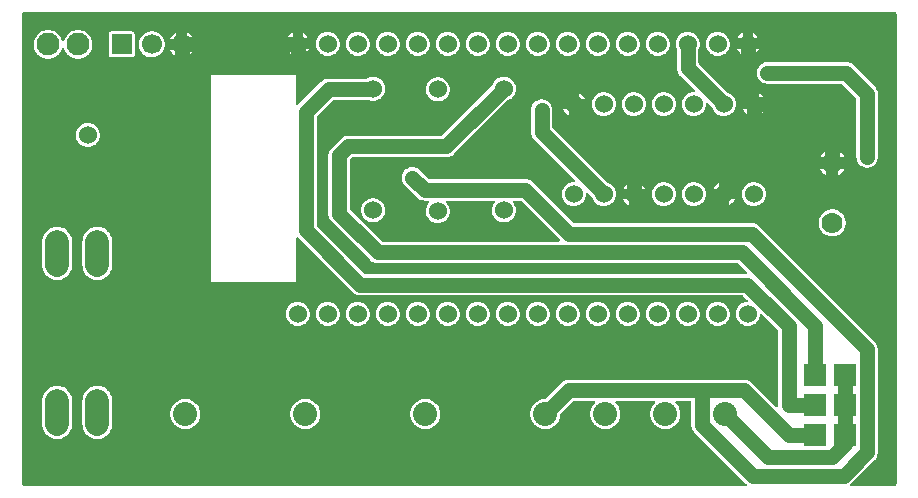
<source format=gbl>
G04 Layer: BottomLayer*
G04 EasyEDA v6.4.20.6, 2021-07-29T22:43:28+02:00*
G04 24e0db9a2a824a908a71db8b70acd879,4245c91a3b6e4cf7aa995480f5c7e4a3,10*
G04 Gerber Generator version 0.2*
G04 Scale: 100 percent, Rotated: No, Reflected: No *
G04 Dimensions in millimeters *
G04 leading zeros omitted , absolute positions ,4 integer and 5 decimal *
%FSLAX45Y45*%
%MOMM*%

%ADD11C,4.2000*%
%ADD12C,1.3000*%
%ADD14C,1.0000*%
%ADD15C,0.7000*%
%ADD16C,1.9304*%
%ADD18C,1.7000*%
%ADD19C,1.5240*%
%ADD20C,2.0320*%
%ADD21C,1.7780*%
%ADD22R,1.8796X1.8796*%
%ADD23C,2.0000*%

%LPD*%
G36*
X-551789Y10356138D02*
G01*
X-559206Y10357053D01*
X-563676Y10358577D01*
X-567740Y10360964D01*
X-571246Y10364165D01*
X-574090Y10367924D01*
X-576173Y10372191D01*
X-577342Y10376763D01*
X-577850Y10382199D01*
X-577850Y14347596D01*
X-576986Y14354962D01*
X-575411Y14359432D01*
X-573024Y14363547D01*
X-569874Y14367052D01*
X-566064Y14369897D01*
X-561797Y14371980D01*
X-557225Y14373148D01*
X-551789Y14373656D01*
X6803491Y14373656D01*
X6810908Y14372793D01*
X6815378Y14371218D01*
X6819442Y14368830D01*
X6822948Y14365681D01*
X6825792Y14361871D01*
X6827875Y14357604D01*
X6829044Y14353032D01*
X6829552Y14347596D01*
X6829552Y10382199D01*
X6828688Y10374833D01*
X6827113Y10370362D01*
X6824725Y10366248D01*
X6821576Y10362742D01*
X6817766Y10359898D01*
X6813499Y10357815D01*
X6808927Y10356646D01*
X6803491Y10356138D01*
X6443675Y10356138D01*
X6439712Y10356951D01*
X6436360Y10359237D01*
X6434175Y10362692D01*
X6433515Y10366654D01*
X6434429Y10370616D01*
X6436868Y10373868D01*
X6443980Y10380319D01*
X6641998Y10578338D01*
X6650228Y10587685D01*
X6657035Y10597997D01*
X6661302Y10606633D01*
X6662369Y10609173D01*
X6666128Y10620959D01*
X6668262Y10633151D01*
X6668770Y10642854D01*
X6668770Y11514328D01*
X6668262Y11524030D01*
X6666128Y11536222D01*
X6662369Y11548008D01*
X6661302Y11550548D01*
X6657035Y11559133D01*
X6650228Y11569496D01*
X6641998Y11578844D01*
X5664504Y12556642D01*
X5655106Y12564872D01*
X5644794Y12571679D01*
X5636158Y12575946D01*
X5633618Y12577013D01*
X5621832Y12580772D01*
X5609640Y12582906D01*
X5599938Y12583414D01*
X4097121Y12583414D01*
X4093210Y12584176D01*
X4089958Y12586360D01*
X3747262Y12929006D01*
X3737914Y12937236D01*
X3727602Y12944043D01*
X3718966Y12948310D01*
X3716426Y12949377D01*
X3704640Y12953136D01*
X3692448Y12955270D01*
X3682746Y12955778D01*
X2873857Y12955778D01*
X2869946Y12956540D01*
X2866694Y12958724D01*
X2792831Y13032587D01*
X2783230Y13040918D01*
X2772918Y13047726D01*
X2761742Y13053009D01*
X2749956Y13056768D01*
X2737764Y13058851D01*
X2725369Y13059308D01*
X2713075Y13058038D01*
X2701086Y13055092D01*
X2689555Y13050570D01*
X2678785Y13044474D01*
X2668930Y13037007D01*
X2660192Y13028269D01*
X2652725Y13018414D01*
X2646629Y13007644D01*
X2642108Y12996113D01*
X2639161Y12984124D01*
X2637891Y12971830D01*
X2638348Y12959435D01*
X2640431Y12947243D01*
X2644190Y12935458D01*
X2649474Y12924282D01*
X2656281Y12913969D01*
X2664612Y12904368D01*
X2767838Y12801193D01*
X2777185Y12792964D01*
X2787497Y12786156D01*
X2796133Y12781889D01*
X2798673Y12780822D01*
X2810459Y12777063D01*
X2822651Y12774930D01*
X2832354Y12774422D01*
X2863291Y12774422D01*
X2867050Y12773710D01*
X2870301Y12771678D01*
X2872536Y12768529D01*
X2873451Y12764820D01*
X2872892Y12761010D01*
X2871012Y12757708D01*
X2861411Y12746431D01*
X2854147Y12735001D01*
X2848406Y12722656D01*
X2844393Y12709652D01*
X2842107Y12696240D01*
X2841650Y12682677D01*
X2843022Y12669113D01*
X2846171Y12655905D01*
X2851048Y12643205D01*
X2857601Y12631267D01*
X2865678Y12620345D01*
X2875127Y12610541D01*
X2885795Y12602108D01*
X2897479Y12595199D01*
X2910027Y12589865D01*
X2923133Y12586258D01*
X2936646Y12584480D01*
X2950210Y12584480D01*
X2963722Y12586258D01*
X2976829Y12589865D01*
X2989376Y12595199D01*
X3001060Y12602108D01*
X3011728Y12610541D01*
X3021177Y12620345D01*
X3029254Y12631267D01*
X3035808Y12643205D01*
X3040684Y12655905D01*
X3043834Y12669113D01*
X3045206Y12682677D01*
X3044748Y12696240D01*
X3042462Y12709652D01*
X3038449Y12722656D01*
X3032709Y12735001D01*
X3025444Y12746431D01*
X3015843Y12757708D01*
X3013964Y12761010D01*
X3013405Y12764820D01*
X3014319Y12768529D01*
X3016554Y12771678D01*
X3019806Y12773710D01*
X3023565Y12774422D01*
X3418484Y12774422D01*
X3422243Y12773710D01*
X3425494Y12771678D01*
X3427729Y12768580D01*
X3428644Y12764871D01*
X3428136Y12761061D01*
X3426256Y12757708D01*
X3420719Y12751155D01*
X3413404Y12739725D01*
X3407664Y12727381D01*
X3403650Y12714376D01*
X3401364Y12700965D01*
X3400907Y12687350D01*
X3402279Y12673838D01*
X3405428Y12660579D01*
X3410305Y12647930D01*
X3416858Y12635992D01*
X3424936Y12625019D01*
X3434384Y12615265D01*
X3445052Y12606832D01*
X3456787Y12599873D01*
X3469284Y12594590D01*
X3482390Y12590983D01*
X3495903Y12589154D01*
X3509518Y12589154D01*
X3522979Y12590983D01*
X3536086Y12594590D01*
X3548634Y12599873D01*
X3560318Y12606832D01*
X3570986Y12615265D01*
X3580485Y12625019D01*
X3588512Y12635992D01*
X3595065Y12647930D01*
X3599942Y12660579D01*
X3603091Y12673838D01*
X3604463Y12687350D01*
X3604006Y12700965D01*
X3601770Y12714376D01*
X3597706Y12727381D01*
X3592017Y12739725D01*
X3584701Y12751155D01*
X3579164Y12757708D01*
X3577285Y12761061D01*
X3576777Y12764871D01*
X3577691Y12768580D01*
X3579926Y12771678D01*
X3583127Y12773710D01*
X3586886Y12774422D01*
X3641242Y12774422D01*
X3645154Y12773660D01*
X3648405Y12771475D01*
X3975608Y12444272D01*
X3977843Y12440970D01*
X3978605Y12437110D01*
X3977843Y12433198D01*
X3975608Y12429896D01*
X3972306Y12427712D01*
X3968445Y12426950D01*
X2475585Y12426950D01*
X2471674Y12427712D01*
X2468422Y12429896D01*
X2201824Y12696494D01*
X2199640Y12699746D01*
X2198878Y12703657D01*
X2198878Y13115442D01*
X2199640Y13119354D01*
X2201824Y13122605D01*
X2218994Y13139775D01*
X2222246Y13141960D01*
X2226157Y13142722D01*
X3014980Y13142722D01*
X3024682Y13143230D01*
X3036874Y13145363D01*
X3048660Y13149122D01*
X3051200Y13150189D01*
X3059836Y13154456D01*
X3070148Y13161263D01*
X3079496Y13169493D01*
X3532124Y13622121D01*
X3535375Y13624306D01*
X3548634Y13629894D01*
X3560318Y13636802D01*
X3570986Y13645235D01*
X3580485Y13655040D01*
X3588512Y13665962D01*
X3595065Y13677900D01*
X3599942Y13690600D01*
X3603091Y13703807D01*
X3604463Y13717371D01*
X3604006Y13730986D01*
X3601770Y13744397D01*
X3597706Y13757351D01*
X3592017Y13769695D01*
X3584701Y13781176D01*
X3575913Y13791539D01*
X3565804Y13800683D01*
X3554577Y13808405D01*
X3542436Y13814501D01*
X3529584Y13818971D01*
X3516274Y13821714D01*
X3502710Y13822578D01*
X3489147Y13821714D01*
X3475786Y13818971D01*
X3462934Y13814501D01*
X3450793Y13808405D01*
X3439566Y13800683D01*
X3429508Y13791539D01*
X3420719Y13781176D01*
X3413404Y13769695D01*
X3407664Y13757351D01*
X3405936Y13752677D01*
X3404412Y13750747D01*
X2980639Y13327024D01*
X2977388Y13324840D01*
X2973476Y13324078D01*
X2184654Y13324078D01*
X2174951Y13323569D01*
X2162759Y13321436D01*
X2150973Y13317677D01*
X2148433Y13316610D01*
X2139797Y13312343D01*
X2129485Y13305536D01*
X2120138Y13297306D01*
X2044293Y13221462D01*
X2036064Y13212114D01*
X2029256Y13201802D01*
X2024989Y13193166D01*
X2023922Y13190626D01*
X2020163Y13178840D01*
X2018030Y13166648D01*
X2017522Y13156946D01*
X2017522Y12662154D01*
X2018030Y12652451D01*
X2020163Y12640259D01*
X2023922Y12628473D01*
X2024989Y12625933D01*
X2029256Y12617297D01*
X2036064Y12606985D01*
X2044293Y12597638D01*
X2369566Y12272365D01*
X2378913Y12264136D01*
X2389225Y12257328D01*
X2397861Y12253061D01*
X2400401Y12251994D01*
X2412187Y12248235D01*
X2424379Y12246102D01*
X2434082Y12245594D01*
X5476392Y12245594D01*
X5480304Y12244832D01*
X5483555Y12242647D01*
X5555488Y12170714D01*
X5557723Y12167412D01*
X5558485Y12163552D01*
X5557723Y12159640D01*
X5555488Y12156338D01*
X5552186Y12154154D01*
X5548325Y12153392D01*
X2330043Y12153392D01*
X2326132Y12154154D01*
X2322880Y12156338D01*
X1922424Y12556794D01*
X1920239Y12560046D01*
X1919478Y12563957D01*
X1919478Y13483742D01*
X1920239Y13487654D01*
X1922424Y13490905D01*
X2053894Y13622375D01*
X2057146Y13624560D01*
X2061057Y13625322D01*
X2357882Y13625322D01*
X2360625Y13624966D01*
X2374900Y13620953D01*
X2388362Y13619175D01*
X2401976Y13619175D01*
X2415438Y13621004D01*
X2428544Y13624560D01*
X2441092Y13629894D01*
X2452776Y13636802D01*
X2463495Y13645235D01*
X2472944Y13655040D01*
X2481021Y13665962D01*
X2487523Y13677900D01*
X2492400Y13690600D01*
X2495600Y13703807D01*
X2496921Y13717371D01*
X2496464Y13730986D01*
X2494229Y13744397D01*
X2490216Y13757351D01*
X2484475Y13769695D01*
X2477160Y13781176D01*
X2468372Y13791539D01*
X2458262Y13800683D01*
X2447036Y13808405D01*
X2434894Y13814501D01*
X2422042Y13818971D01*
X2408732Y13821714D01*
X2395169Y13822578D01*
X2381605Y13821714D01*
X2368245Y13818971D01*
X2355443Y13814551D01*
X2342235Y13807744D01*
X2339949Y13806932D01*
X2337612Y13806678D01*
X2019554Y13806678D01*
X2009851Y13806169D01*
X1997659Y13804036D01*
X1985873Y13800277D01*
X1983333Y13799210D01*
X1974697Y13794943D01*
X1964385Y13788136D01*
X1955038Y13779906D01*
X1762760Y13587476D01*
X1759508Y13585037D01*
X1755597Y13584123D01*
X1751584Y13584783D01*
X1748180Y13586968D01*
X1745894Y13590320D01*
X1745081Y13594283D01*
X1745081Y13839850D01*
X1744065Y13840866D01*
X1023467Y13840866D01*
X1022451Y13839850D01*
X1019911Y12089231D01*
X1020927Y12088266D01*
X1742795Y12088266D01*
X1744878Y12089587D01*
X1745081Y12090501D01*
X1745081Y12453416D01*
X1745894Y12457379D01*
X1748180Y12460732D01*
X1751584Y12462916D01*
X1755597Y12463576D01*
X1759508Y12462662D01*
X1762760Y12460224D01*
X2224024Y11998807D01*
X2233371Y11990578D01*
X2243683Y11983770D01*
X2252319Y11979503D01*
X2254859Y11978436D01*
X2266645Y11974677D01*
X2278837Y11972544D01*
X2288540Y11972036D01*
X5523636Y11972036D01*
X5527548Y11971274D01*
X5530799Y11969089D01*
X5565444Y11934444D01*
X5567629Y11931243D01*
X5568442Y11927484D01*
X5567781Y11923674D01*
X5565749Y11920423D01*
X5562650Y11918086D01*
X5558942Y11917121D01*
X5554675Y11916816D01*
X5541314Y11914124D01*
X5528462Y11909653D01*
X5516321Y11903557D01*
X5505145Y11895836D01*
X5495036Y11886692D01*
X5486247Y11876328D01*
X5478932Y11864848D01*
X5473192Y11852503D01*
X5469178Y11839498D01*
X5466892Y11826087D01*
X5466435Y11812524D01*
X5467807Y11798960D01*
X5470956Y11785752D01*
X5475884Y11773052D01*
X5482386Y11761114D01*
X5490464Y11750192D01*
X5499912Y11740388D01*
X5510580Y11731955D01*
X5522315Y11725046D01*
X5534812Y11719712D01*
X5547969Y11716105D01*
X5561431Y11714327D01*
X5575046Y11714327D01*
X5588508Y11716105D01*
X5601614Y11719712D01*
X5614162Y11725046D01*
X5625846Y11731955D01*
X5636564Y11740388D01*
X5646013Y11750192D01*
X5654090Y11761114D01*
X5660593Y11773052D01*
X5665470Y11785752D01*
X5668670Y11798960D01*
X5669432Y11806986D01*
X5670550Y11810644D01*
X5672886Y11813641D01*
X5676138Y11815521D01*
X5679897Y11816130D01*
X5683605Y11815318D01*
X5686755Y11813133D01*
X5821273Y11678615D01*
X5823458Y11675364D01*
X5824220Y11671452D01*
X5824220Y11043818D01*
X5824474Y11037468D01*
X5824880Y11033404D01*
X5824474Y11029289D01*
X5822442Y11025682D01*
X5819140Y11023193D01*
X5815126Y11022228D01*
X5811062Y11022888D01*
X5807608Y11025174D01*
X5602478Y11230254D01*
X5593130Y11238484D01*
X5582767Y11245291D01*
X5574182Y11249558D01*
X5571642Y11250625D01*
X5559856Y11254384D01*
X5547664Y11256518D01*
X5537962Y11256975D01*
X4052062Y11256975D01*
X4042359Y11256518D01*
X4030167Y11254384D01*
X4018381Y11250625D01*
X4015841Y11249558D01*
X4007205Y11245291D01*
X3996893Y11238484D01*
X3994708Y11236756D01*
X3987495Y11230254D01*
X3854602Y11097361D01*
X3851605Y11095278D01*
X3848049Y11094415D01*
X3837584Y11093754D01*
X3822496Y11091011D01*
X3807815Y11086439D01*
X3793794Y11080140D01*
X3780637Y11072164D01*
X3768547Y11062716D01*
X3757676Y11051844D01*
X3748227Y11039754D01*
X3740251Y11026597D01*
X3733952Y11012576D01*
X3729380Y10997895D01*
X3726637Y10982807D01*
X3725672Y10967466D01*
X3726637Y10952124D01*
X3729380Y10937036D01*
X3733952Y10922355D01*
X3740251Y10908334D01*
X3748227Y10895177D01*
X3757676Y10883087D01*
X3768547Y10872216D01*
X3780637Y10862767D01*
X3793794Y10854791D01*
X3807815Y10848492D01*
X3822496Y10843920D01*
X3837584Y10841177D01*
X3852926Y10840212D01*
X3868267Y10841177D01*
X3883355Y10843920D01*
X3898036Y10848492D01*
X3912057Y10854791D01*
X3925214Y10862767D01*
X3937304Y10872216D01*
X3948176Y10883087D01*
X3957624Y10895177D01*
X3965600Y10908334D01*
X3971899Y10922355D01*
X3976471Y10937036D01*
X3979214Y10952124D01*
X3979875Y10962589D01*
X3980738Y10966145D01*
X3982821Y10969142D01*
X4086402Y11072723D01*
X4089654Y11074908D01*
X4093565Y11075670D01*
X4265015Y11075670D01*
X4268876Y11074908D01*
X4272178Y11072723D01*
X4274413Y11069421D01*
X4275175Y11065510D01*
X4274413Y11061649D01*
X4272178Y11058347D01*
X4265676Y11051844D01*
X4256227Y11039754D01*
X4248251Y11026597D01*
X4241952Y11012576D01*
X4237380Y10997895D01*
X4234637Y10982807D01*
X4233672Y10967466D01*
X4234637Y10952124D01*
X4237380Y10937036D01*
X4241952Y10922355D01*
X4248251Y10908334D01*
X4256227Y10895177D01*
X4265676Y10883087D01*
X4276547Y10872216D01*
X4288637Y10862767D01*
X4301794Y10854791D01*
X4315815Y10848492D01*
X4330496Y10843920D01*
X4345584Y10841177D01*
X4360926Y10840212D01*
X4376267Y10841177D01*
X4391355Y10843920D01*
X4406036Y10848492D01*
X4420057Y10854791D01*
X4433214Y10862767D01*
X4445304Y10872216D01*
X4456176Y10883087D01*
X4465624Y10895177D01*
X4473600Y10908334D01*
X4479899Y10922355D01*
X4484471Y10937036D01*
X4487214Y10952124D01*
X4488180Y10967466D01*
X4487214Y10982807D01*
X4484471Y10997895D01*
X4479899Y11012576D01*
X4473600Y11026597D01*
X4465624Y11039754D01*
X4456176Y11051844D01*
X4449673Y11058347D01*
X4447438Y11061649D01*
X4446676Y11065510D01*
X4447438Y11069421D01*
X4449673Y11072723D01*
X4452975Y11074908D01*
X4456836Y11075670D01*
X4773015Y11075670D01*
X4776876Y11074908D01*
X4780178Y11072723D01*
X4782413Y11069421D01*
X4783175Y11065510D01*
X4782413Y11061649D01*
X4780178Y11058347D01*
X4773676Y11051844D01*
X4764227Y11039754D01*
X4756251Y11026597D01*
X4749952Y11012576D01*
X4745380Y10997895D01*
X4742637Y10982807D01*
X4741672Y10967466D01*
X4742637Y10952124D01*
X4745380Y10937036D01*
X4749952Y10922355D01*
X4756251Y10908334D01*
X4764227Y10895177D01*
X4773676Y10883087D01*
X4784547Y10872216D01*
X4796637Y10862767D01*
X4809794Y10854791D01*
X4823815Y10848492D01*
X4838496Y10843920D01*
X4853584Y10841177D01*
X4868926Y10840212D01*
X4884267Y10841177D01*
X4899355Y10843920D01*
X4914036Y10848492D01*
X4928057Y10854791D01*
X4941214Y10862767D01*
X4953304Y10872216D01*
X4964176Y10883087D01*
X4973624Y10895177D01*
X4981600Y10908334D01*
X4987899Y10922355D01*
X4992471Y10937036D01*
X4995214Y10952124D01*
X4996180Y10967466D01*
X4995214Y10982807D01*
X4992471Y10997895D01*
X4987899Y11012576D01*
X4981600Y11026597D01*
X4973624Y11039754D01*
X4964176Y11051844D01*
X4957673Y11058347D01*
X4955438Y11061649D01*
X4954676Y11065510D01*
X4955438Y11069421D01*
X4957673Y11072723D01*
X4960975Y11074908D01*
X4964836Y11075670D01*
X5079238Y11075670D01*
X5083149Y11074908D01*
X5086451Y11072723D01*
X5088636Y11069421D01*
X5089398Y11065510D01*
X5089398Y10877550D01*
X5089906Y10867898D01*
X5090261Y10865104D01*
X5092039Y10855706D01*
X5092750Y10853013D01*
X5095798Y10843920D01*
X5096865Y10841329D01*
X5101132Y10832744D01*
X5107940Y10822381D01*
X5109667Y10820196D01*
X5116118Y10813034D01*
X5548579Y10380319D01*
X5555742Y10373868D01*
X5558180Y10370616D01*
X5559094Y10366654D01*
X5558434Y10362692D01*
X5556250Y10359237D01*
X5552897Y10356951D01*
X5548934Y10356138D01*
G37*

%LPC*%
G36*
X5612688Y14146377D02*
G01*
X5659628Y14146377D01*
X5657545Y14150848D01*
X5650230Y14162328D01*
X5641441Y14172692D01*
X5631332Y14181836D01*
X5620105Y14189557D01*
X5612688Y14193316D01*
G37*
G36*
X60706Y10754512D02*
G01*
X75844Y10755426D01*
X90779Y10758170D01*
X105257Y10762691D01*
X119075Y10768939D01*
X132080Y10776762D01*
X144018Y10786110D01*
X154736Y10796879D01*
X164084Y10808817D01*
X171958Y10821771D01*
X178155Y10835640D01*
X182676Y10850118D01*
X185420Y10865002D01*
X186385Y10880496D01*
X186385Y11079835D01*
X185420Y11095329D01*
X182676Y11110214D01*
X178155Y11124692D01*
X171958Y11138560D01*
X164084Y11151514D01*
X154736Y11163452D01*
X144018Y11174222D01*
X132080Y11183569D01*
X119075Y11191392D01*
X105257Y11197640D01*
X90779Y11202162D01*
X75844Y11204905D01*
X60706Y11205819D01*
X45567Y11204905D01*
X30632Y11202162D01*
X16154Y11197640D01*
X2336Y11191392D01*
X-10668Y11183569D01*
X-22606Y11174222D01*
X-33324Y11163452D01*
X-42672Y11151514D01*
X-50546Y11138560D01*
X-56743Y11124692D01*
X-61264Y11110214D01*
X-64008Y11095329D01*
X-64922Y11079835D01*
X-64922Y10880496D01*
X-64008Y10865002D01*
X-61264Y10850118D01*
X-56743Y10835640D01*
X-50546Y10821771D01*
X-42672Y10808817D01*
X-33324Y10796879D01*
X-22606Y10786110D01*
X-10668Y10776762D01*
X2336Y10768939D01*
X16154Y10762691D01*
X30632Y10758170D01*
X45567Y10755426D01*
G37*
G36*
X-279654Y10754512D02*
G01*
X-264515Y10755426D01*
X-249631Y10758170D01*
X-235153Y10762691D01*
X-221284Y10768939D01*
X-208330Y10776762D01*
X-196392Y10786110D01*
X-185623Y10796879D01*
X-176276Y10808817D01*
X-168452Y10821771D01*
X-162204Y10835640D01*
X-157683Y10850118D01*
X-154940Y10865002D01*
X-154025Y10880496D01*
X-154025Y11079835D01*
X-154940Y11095329D01*
X-157683Y11110214D01*
X-162204Y11124692D01*
X-168452Y11138560D01*
X-176276Y11151514D01*
X-185623Y11163452D01*
X-196392Y11174222D01*
X-208330Y11183569D01*
X-221284Y11191392D01*
X-235153Y11197640D01*
X-249631Y11202162D01*
X-264515Y11204905D01*
X-279654Y11205819D01*
X-294843Y11204905D01*
X-309727Y11202162D01*
X-324205Y11197640D01*
X-338074Y11191392D01*
X-351028Y11183569D01*
X-362966Y11174222D01*
X-373735Y11163452D01*
X-383082Y11151514D01*
X-390906Y11138560D01*
X-397154Y11124692D01*
X-401675Y11110214D01*
X-404418Y11095329D01*
X-405333Y11079835D01*
X-405333Y10880496D01*
X-404418Y10865002D01*
X-401675Y10850118D01*
X-397154Y10835640D01*
X-390906Y10821771D01*
X-383082Y10808817D01*
X-373735Y10796879D01*
X-362966Y10786110D01*
X-351028Y10776762D01*
X-338074Y10768939D01*
X-324205Y10762691D01*
X-309727Y10758170D01*
X-294843Y10755426D01*
G37*
G36*
X804926Y10840212D02*
G01*
X820267Y10841177D01*
X835355Y10843920D01*
X850036Y10848492D01*
X864057Y10854791D01*
X877214Y10862767D01*
X889304Y10872216D01*
X900176Y10883087D01*
X909624Y10895177D01*
X917600Y10908334D01*
X923899Y10922355D01*
X928471Y10937036D01*
X931214Y10952124D01*
X932180Y10967466D01*
X931214Y10982807D01*
X928471Y10997895D01*
X923899Y11012576D01*
X917600Y11026597D01*
X909624Y11039754D01*
X900176Y11051844D01*
X889304Y11062716D01*
X877214Y11072164D01*
X864057Y11080140D01*
X850036Y11086439D01*
X835355Y11091011D01*
X820267Y11093754D01*
X804926Y11094720D01*
X789584Y11093754D01*
X774496Y11091011D01*
X759815Y11086439D01*
X745794Y11080140D01*
X732637Y11072164D01*
X720547Y11062716D01*
X709676Y11051844D01*
X700227Y11039754D01*
X692251Y11026597D01*
X685952Y11012576D01*
X681380Y10997895D01*
X678637Y10982807D01*
X677672Y10967466D01*
X678637Y10952124D01*
X681380Y10937036D01*
X685952Y10922355D01*
X692251Y10908334D01*
X700227Y10895177D01*
X709676Y10883087D01*
X720547Y10872216D01*
X732637Y10862767D01*
X745794Y10854791D01*
X759815Y10848492D01*
X774496Y10843920D01*
X789584Y10841177D01*
G37*
G36*
X2836926Y10840212D02*
G01*
X2852267Y10841177D01*
X2867355Y10843920D01*
X2882036Y10848492D01*
X2896057Y10854791D01*
X2909214Y10862767D01*
X2921304Y10872216D01*
X2932176Y10883087D01*
X2941624Y10895177D01*
X2949600Y10908334D01*
X2955899Y10922355D01*
X2960471Y10937036D01*
X2963214Y10952124D01*
X2964180Y10967466D01*
X2963214Y10982807D01*
X2960471Y10997895D01*
X2955899Y11012576D01*
X2949600Y11026597D01*
X2941624Y11039754D01*
X2932176Y11051844D01*
X2921304Y11062716D01*
X2909214Y11072164D01*
X2896057Y11080140D01*
X2882036Y11086439D01*
X2867355Y11091011D01*
X2852267Y11093754D01*
X2836926Y11094720D01*
X2821584Y11093754D01*
X2806496Y11091011D01*
X2791815Y11086439D01*
X2777794Y11080140D01*
X2764637Y11072164D01*
X2752547Y11062716D01*
X2741676Y11051844D01*
X2732227Y11039754D01*
X2724251Y11026597D01*
X2717952Y11012576D01*
X2713380Y10997895D01*
X2710637Y10982807D01*
X2709672Y10967466D01*
X2710637Y10952124D01*
X2713380Y10937036D01*
X2717952Y10922355D01*
X2724251Y10908334D01*
X2732227Y10895177D01*
X2741676Y10883087D01*
X2752547Y10872216D01*
X2764637Y10862767D01*
X2777794Y10854791D01*
X2791815Y10848492D01*
X2806496Y10843920D01*
X2821584Y10841177D01*
G37*
G36*
X1820925Y10840212D02*
G01*
X1836267Y10841177D01*
X1851355Y10843920D01*
X1866036Y10848492D01*
X1880057Y10854791D01*
X1893214Y10862767D01*
X1905304Y10872216D01*
X1916175Y10883087D01*
X1925624Y10895177D01*
X1933600Y10908334D01*
X1939899Y10922355D01*
X1944471Y10937036D01*
X1947214Y10952124D01*
X1948180Y10967466D01*
X1947214Y10982807D01*
X1944471Y10997895D01*
X1939899Y11012576D01*
X1933600Y11026597D01*
X1925624Y11039754D01*
X1916175Y11051844D01*
X1905304Y11062716D01*
X1893214Y11072164D01*
X1880057Y11080140D01*
X1866036Y11086439D01*
X1851355Y11091011D01*
X1836267Y11093754D01*
X1820925Y11094720D01*
X1805584Y11093754D01*
X1790496Y11091011D01*
X1775815Y11086439D01*
X1761794Y11080140D01*
X1748637Y11072164D01*
X1736547Y11062716D01*
X1725675Y11051844D01*
X1716227Y11039754D01*
X1708251Y11026597D01*
X1701952Y11012576D01*
X1697380Y10997895D01*
X1694637Y10982807D01*
X1693672Y10967466D01*
X1694637Y10952124D01*
X1697380Y10937036D01*
X1701952Y10922355D01*
X1708251Y10908334D01*
X1716227Y10895177D01*
X1725675Y10883087D01*
X1736547Y10872216D01*
X1748637Y10862767D01*
X1761794Y10854791D01*
X1775815Y10848492D01*
X1790496Y10843920D01*
X1805584Y10841177D01*
G37*
G36*
X5476849Y14146377D02*
G01*
X5523788Y14146377D01*
X5523788Y14193316D01*
X5516321Y14189557D01*
X5505145Y14181836D01*
X5495036Y14172692D01*
X5486247Y14162328D01*
X5478932Y14150848D01*
G37*
G36*
X1666849Y14146377D02*
G01*
X1713788Y14146377D01*
X1713788Y14193316D01*
X1706321Y14189557D01*
X1695145Y14181836D01*
X1685036Y14172692D01*
X1676247Y14162328D01*
X1668932Y14150848D01*
G37*
G36*
X1802688Y14146377D02*
G01*
X1849628Y14146377D01*
X1847545Y14150848D01*
X1840230Y14162328D01*
X1831441Y14172692D01*
X1821332Y14181836D01*
X1810105Y14189557D01*
X1802688Y14193316D01*
G37*
G36*
X1255776Y10853928D02*
G01*
X1255776Y10910316D01*
X1199388Y10910316D01*
X1200251Y10908334D01*
X1208227Y10895177D01*
X1217676Y10883087D01*
X1228547Y10872216D01*
X1240637Y10862767D01*
X1253794Y10854791D01*
G37*
G36*
X2386076Y10853928D02*
G01*
X2388057Y10854791D01*
X2401214Y10862767D01*
X2413304Y10872216D01*
X2424176Y10883087D01*
X2433624Y10895177D01*
X2441600Y10908334D01*
X2442464Y10910316D01*
X2386076Y10910316D01*
G37*
G36*
X1370076Y10853928D02*
G01*
X1372057Y10854791D01*
X1385214Y10862767D01*
X1397304Y10872216D01*
X1408176Y10883087D01*
X1417624Y10895177D01*
X1425600Y10908334D01*
X1426464Y10910316D01*
X1370076Y10910316D01*
G37*
G36*
X2271776Y10853928D02*
G01*
X2271776Y10910316D01*
X2215388Y10910316D01*
X2216251Y10908334D01*
X2224227Y10895177D01*
X2233676Y10883087D01*
X2244547Y10872216D01*
X2256637Y10862767D01*
X2269794Y10854791D01*
G37*
G36*
X3287776Y10853928D02*
G01*
X3287776Y10910316D01*
X3231388Y10910316D01*
X3232251Y10908334D01*
X3240227Y10895177D01*
X3249676Y10883087D01*
X3260547Y10872216D01*
X3272637Y10862767D01*
X3285794Y10854791D01*
G37*
G36*
X3402076Y10853928D02*
G01*
X3404057Y10854791D01*
X3417214Y10862767D01*
X3429304Y10872216D01*
X3440176Y10883087D01*
X3449624Y10895177D01*
X3457600Y10908334D01*
X3458464Y10910316D01*
X3402076Y10910316D01*
G37*
G36*
X675487Y14145869D02*
G01*
X725830Y14145869D01*
X725830Y14196110D01*
X723544Y14195094D01*
X711403Y14187728D01*
X700328Y14178889D01*
X690473Y14168729D01*
X681990Y14157350D01*
G37*
G36*
X3402076Y11024616D02*
G01*
X3458464Y11024616D01*
X3457600Y11026597D01*
X3449624Y11039754D01*
X3440176Y11051844D01*
X3429304Y11062716D01*
X3417214Y11072164D01*
X3404057Y11080140D01*
X3402076Y11081004D01*
G37*
G36*
X1199388Y11024616D02*
G01*
X1255776Y11024616D01*
X1255776Y11081004D01*
X1253794Y11080140D01*
X1240637Y11072164D01*
X1228547Y11062716D01*
X1217676Y11051844D01*
X1208227Y11039754D01*
X1200251Y11026597D01*
G37*
G36*
X3231388Y11024616D02*
G01*
X3287776Y11024616D01*
X3287776Y11081004D01*
X3285794Y11080140D01*
X3272637Y11072164D01*
X3260547Y11062716D01*
X3249676Y11051844D01*
X3240227Y11039754D01*
X3232251Y11026597D01*
G37*
G36*
X2215388Y11024616D02*
G01*
X2271776Y11024616D01*
X2271776Y11081004D01*
X2269794Y11080140D01*
X2256637Y11072164D01*
X2244547Y11062716D01*
X2233676Y11051844D01*
X2224227Y11039754D01*
X2216251Y11026597D01*
G37*
G36*
X2386076Y11024616D02*
G01*
X2442464Y11024616D01*
X2441600Y11026597D01*
X2433624Y11039754D01*
X2424176Y11051844D01*
X2413304Y11062716D01*
X2401214Y11072164D01*
X2388057Y11080140D01*
X2386076Y11081004D01*
G37*
G36*
X1370076Y11024616D02*
G01*
X1426464Y11024616D01*
X1425600Y11026597D01*
X1417624Y11039754D01*
X1408176Y11051844D01*
X1397304Y11062716D01*
X1385214Y11072164D01*
X1372057Y11080140D01*
X1370076Y11081004D01*
G37*
G36*
X2259431Y11714327D02*
G01*
X2273046Y11714327D01*
X2286508Y11716105D01*
X2299614Y11719712D01*
X2312162Y11725046D01*
X2323846Y11731955D01*
X2334564Y11740388D01*
X2344013Y11750192D01*
X2352090Y11761114D01*
X2358593Y11773052D01*
X2363470Y11785752D01*
X2366670Y11798960D01*
X2367991Y11812524D01*
X2367534Y11826087D01*
X2365298Y11839498D01*
X2361285Y11852503D01*
X2355545Y11864848D01*
X2348230Y11876328D01*
X2339441Y11886692D01*
X2329332Y11895836D01*
X2318105Y11903557D01*
X2305964Y11909653D01*
X2293112Y11914124D01*
X2279802Y11916816D01*
X2266238Y11917730D01*
X2252675Y11916816D01*
X2239314Y11914124D01*
X2226462Y11909653D01*
X2214321Y11903557D01*
X2203145Y11895836D01*
X2193036Y11886692D01*
X2184247Y11876328D01*
X2176932Y11864848D01*
X2171192Y11852503D01*
X2167178Y11839498D01*
X2164892Y11826087D01*
X2164435Y11812524D01*
X2165807Y11798960D01*
X2168956Y11785752D01*
X2173884Y11773052D01*
X2180386Y11761114D01*
X2188464Y11750192D01*
X2197912Y11740388D01*
X2208580Y11731955D01*
X2220315Y11725046D01*
X2232812Y11719712D01*
X2245969Y11716105D01*
G37*
G36*
X4799431Y11714327D02*
G01*
X4813046Y11714327D01*
X4826508Y11716105D01*
X4839614Y11719712D01*
X4852162Y11725046D01*
X4863846Y11731955D01*
X4874564Y11740388D01*
X4884013Y11750192D01*
X4892090Y11761114D01*
X4898593Y11773052D01*
X4903470Y11785752D01*
X4906670Y11798960D01*
X4907991Y11812524D01*
X4907534Y11826087D01*
X4905298Y11839498D01*
X4901285Y11852503D01*
X4895545Y11864848D01*
X4888230Y11876328D01*
X4879441Y11886692D01*
X4869332Y11895836D01*
X4858105Y11903557D01*
X4845964Y11909653D01*
X4833112Y11914124D01*
X4819802Y11916816D01*
X4806238Y11917730D01*
X4792675Y11916816D01*
X4779314Y11914124D01*
X4766462Y11909653D01*
X4754321Y11903557D01*
X4743145Y11895836D01*
X4733036Y11886692D01*
X4724247Y11876328D01*
X4716932Y11864848D01*
X4711192Y11852503D01*
X4707178Y11839498D01*
X4704892Y11826087D01*
X4704435Y11812524D01*
X4705807Y11798960D01*
X4708956Y11785752D01*
X4713884Y11773052D01*
X4720386Y11761114D01*
X4728464Y11750192D01*
X4737912Y11740388D01*
X4748580Y11731955D01*
X4760315Y11725046D01*
X4772812Y11719712D01*
X4785969Y11716105D01*
G37*
G36*
X3021431Y11714327D02*
G01*
X3035046Y11714327D01*
X3048508Y11716105D01*
X3061614Y11719712D01*
X3074162Y11725046D01*
X3085846Y11731955D01*
X3096564Y11740388D01*
X3106013Y11750192D01*
X3114090Y11761114D01*
X3120593Y11773052D01*
X3125470Y11785752D01*
X3128670Y11798960D01*
X3129991Y11812524D01*
X3129534Y11826087D01*
X3127298Y11839498D01*
X3123285Y11852503D01*
X3117545Y11864848D01*
X3110230Y11876328D01*
X3101441Y11886692D01*
X3091332Y11895836D01*
X3080105Y11903557D01*
X3067964Y11909653D01*
X3055112Y11914124D01*
X3041802Y11916816D01*
X3028238Y11917730D01*
X3014675Y11916816D01*
X3001314Y11914124D01*
X2988462Y11909653D01*
X2976321Y11903557D01*
X2965145Y11895836D01*
X2955036Y11886692D01*
X2946247Y11876328D01*
X2938932Y11864848D01*
X2933192Y11852503D01*
X2929178Y11839498D01*
X2926892Y11826087D01*
X2926435Y11812524D01*
X2927807Y11798960D01*
X2930956Y11785752D01*
X2935884Y11773052D01*
X2942386Y11761114D01*
X2950464Y11750192D01*
X2959912Y11740388D01*
X2970580Y11731955D01*
X2982315Y11725046D01*
X2994812Y11719712D01*
X3007969Y11716105D01*
G37*
G36*
X4037431Y11714327D02*
G01*
X4051046Y11714327D01*
X4064508Y11716105D01*
X4077614Y11719712D01*
X4090162Y11725046D01*
X4101846Y11731955D01*
X4112564Y11740388D01*
X4122013Y11750192D01*
X4130090Y11761114D01*
X4136593Y11773052D01*
X4141470Y11785752D01*
X4144670Y11798960D01*
X4145991Y11812524D01*
X4145534Y11826087D01*
X4143298Y11839498D01*
X4139285Y11852503D01*
X4133545Y11864848D01*
X4126229Y11876328D01*
X4117441Y11886692D01*
X4107332Y11895836D01*
X4096105Y11903557D01*
X4083964Y11909653D01*
X4071112Y11914124D01*
X4057802Y11916816D01*
X4044238Y11917730D01*
X4030675Y11916816D01*
X4017314Y11914124D01*
X4004462Y11909653D01*
X3992321Y11903557D01*
X3981145Y11895836D01*
X3971036Y11886692D01*
X3962247Y11876328D01*
X3954932Y11864848D01*
X3949192Y11852503D01*
X3945178Y11839498D01*
X3942892Y11826087D01*
X3942435Y11812524D01*
X3943807Y11798960D01*
X3946956Y11785752D01*
X3951884Y11773052D01*
X3958386Y11761114D01*
X3966464Y11750192D01*
X3975912Y11740388D01*
X3986580Y11731955D01*
X3998315Y11725046D01*
X4010812Y11719712D01*
X4023969Y11716105D01*
G37*
G36*
X4545431Y11714327D02*
G01*
X4559046Y11714327D01*
X4572508Y11716105D01*
X4585614Y11719712D01*
X4598162Y11725046D01*
X4609846Y11731955D01*
X4620564Y11740388D01*
X4630013Y11750192D01*
X4638090Y11761114D01*
X4644593Y11773052D01*
X4649470Y11785752D01*
X4652670Y11798960D01*
X4653991Y11812524D01*
X4653534Y11826087D01*
X4651298Y11839498D01*
X4647285Y11852503D01*
X4641545Y11864848D01*
X4634230Y11876328D01*
X4625441Y11886692D01*
X4615332Y11895836D01*
X4604105Y11903557D01*
X4591964Y11909653D01*
X4579112Y11914124D01*
X4565802Y11916816D01*
X4552238Y11917730D01*
X4538675Y11916816D01*
X4525314Y11914124D01*
X4512462Y11909653D01*
X4500321Y11903557D01*
X4489145Y11895836D01*
X4479036Y11886692D01*
X4470247Y11876328D01*
X4462932Y11864848D01*
X4457192Y11852503D01*
X4453178Y11839498D01*
X4450892Y11826087D01*
X4450435Y11812524D01*
X4451807Y11798960D01*
X4454956Y11785752D01*
X4459884Y11773052D01*
X4466386Y11761114D01*
X4474464Y11750192D01*
X4483912Y11740388D01*
X4494580Y11731955D01*
X4506315Y11725046D01*
X4518812Y11719712D01*
X4531969Y11716105D01*
G37*
G36*
X3783431Y11714327D02*
G01*
X3797046Y11714327D01*
X3810508Y11716105D01*
X3823614Y11719712D01*
X3836162Y11725046D01*
X3847846Y11731955D01*
X3858564Y11740388D01*
X3868013Y11750192D01*
X3876090Y11761114D01*
X3882593Y11773052D01*
X3887470Y11785752D01*
X3890670Y11798960D01*
X3891991Y11812524D01*
X3891534Y11826087D01*
X3889298Y11839498D01*
X3885285Y11852503D01*
X3879545Y11864848D01*
X3872229Y11876328D01*
X3863441Y11886692D01*
X3853332Y11895836D01*
X3842105Y11903557D01*
X3829964Y11909653D01*
X3817112Y11914124D01*
X3803802Y11916816D01*
X3790238Y11917730D01*
X3776675Y11916816D01*
X3763314Y11914124D01*
X3750462Y11909653D01*
X3738321Y11903557D01*
X3727145Y11895836D01*
X3717036Y11886692D01*
X3708247Y11876328D01*
X3700932Y11864848D01*
X3695192Y11852503D01*
X3691178Y11839498D01*
X3688892Y11826087D01*
X3688435Y11812524D01*
X3689807Y11798960D01*
X3692956Y11785752D01*
X3697884Y11773052D01*
X3704386Y11761114D01*
X3712464Y11750192D01*
X3721912Y11740388D01*
X3732580Y11731955D01*
X3744315Y11725046D01*
X3756812Y11719712D01*
X3769969Y11716105D01*
G37*
G36*
X2513431Y11714327D02*
G01*
X2527046Y11714327D01*
X2540508Y11716105D01*
X2553614Y11719712D01*
X2566162Y11725046D01*
X2577846Y11731955D01*
X2588564Y11740388D01*
X2598013Y11750192D01*
X2606090Y11761114D01*
X2612593Y11773052D01*
X2617470Y11785752D01*
X2620670Y11798960D01*
X2621991Y11812524D01*
X2621534Y11826087D01*
X2619298Y11839498D01*
X2615285Y11852503D01*
X2609545Y11864848D01*
X2602230Y11876328D01*
X2593441Y11886692D01*
X2583332Y11895836D01*
X2572105Y11903557D01*
X2559964Y11909653D01*
X2547112Y11914124D01*
X2533802Y11916816D01*
X2520238Y11917730D01*
X2506675Y11916816D01*
X2493314Y11914124D01*
X2480462Y11909653D01*
X2468321Y11903557D01*
X2457145Y11895836D01*
X2447036Y11886692D01*
X2438247Y11876328D01*
X2430932Y11864848D01*
X2425192Y11852503D01*
X2421178Y11839498D01*
X2418892Y11826087D01*
X2418435Y11812524D01*
X2419807Y11798960D01*
X2422956Y11785752D01*
X2427884Y11773052D01*
X2434386Y11761114D01*
X2442464Y11750192D01*
X2451912Y11740388D01*
X2462580Y11731955D01*
X2474315Y11725046D01*
X2486812Y11719712D01*
X2499969Y11716105D01*
G37*
G36*
X3275431Y11714327D02*
G01*
X3289046Y11714327D01*
X3302508Y11716105D01*
X3315614Y11719712D01*
X3328162Y11725046D01*
X3339846Y11731955D01*
X3350564Y11740388D01*
X3360013Y11750192D01*
X3368090Y11761114D01*
X3374593Y11773052D01*
X3379470Y11785752D01*
X3382670Y11798960D01*
X3383991Y11812524D01*
X3383534Y11826087D01*
X3381298Y11839498D01*
X3377285Y11852503D01*
X3371545Y11864848D01*
X3364229Y11876328D01*
X3355441Y11886692D01*
X3345332Y11895836D01*
X3334105Y11903557D01*
X3321964Y11909653D01*
X3309112Y11914124D01*
X3295802Y11916816D01*
X3282238Y11917730D01*
X3268675Y11916816D01*
X3255314Y11914124D01*
X3242462Y11909653D01*
X3230321Y11903557D01*
X3219145Y11895836D01*
X3209036Y11886692D01*
X3200247Y11876328D01*
X3192932Y11864848D01*
X3187192Y11852503D01*
X3183178Y11839498D01*
X3180892Y11826087D01*
X3180435Y11812524D01*
X3181807Y11798960D01*
X3184956Y11785752D01*
X3189884Y11773052D01*
X3196386Y11761114D01*
X3204464Y11750192D01*
X3213912Y11740388D01*
X3224580Y11731955D01*
X3236315Y11725046D01*
X3248812Y11719712D01*
X3261969Y11716105D01*
G37*
G36*
X5053431Y11714327D02*
G01*
X5067046Y11714327D01*
X5080508Y11716105D01*
X5093614Y11719712D01*
X5106162Y11725046D01*
X5117846Y11731955D01*
X5128564Y11740388D01*
X5138013Y11750192D01*
X5146090Y11761114D01*
X5152593Y11773052D01*
X5157470Y11785752D01*
X5160670Y11798960D01*
X5161991Y11812524D01*
X5161534Y11826087D01*
X5159298Y11839498D01*
X5155285Y11852503D01*
X5149545Y11864848D01*
X5142230Y11876328D01*
X5133441Y11886692D01*
X5123332Y11895836D01*
X5112105Y11903557D01*
X5099964Y11909653D01*
X5087112Y11914124D01*
X5073802Y11916816D01*
X5060238Y11917730D01*
X5046675Y11916816D01*
X5033314Y11914124D01*
X5020462Y11909653D01*
X5008321Y11903557D01*
X4997145Y11895836D01*
X4987036Y11886692D01*
X4978247Y11876328D01*
X4970932Y11864848D01*
X4965192Y11852503D01*
X4961178Y11839498D01*
X4958892Y11826087D01*
X4958435Y11812524D01*
X4959807Y11798960D01*
X4962956Y11785752D01*
X4967884Y11773052D01*
X4974386Y11761114D01*
X4982464Y11750192D01*
X4991912Y11740388D01*
X5002580Y11731955D01*
X5014315Y11725046D01*
X5026812Y11719712D01*
X5039969Y11716105D01*
G37*
G36*
X4291431Y11714327D02*
G01*
X4305046Y11714327D01*
X4318508Y11716105D01*
X4331614Y11719712D01*
X4344162Y11725046D01*
X4355846Y11731955D01*
X4366564Y11740388D01*
X4376013Y11750192D01*
X4384090Y11761114D01*
X4390593Y11773052D01*
X4395470Y11785752D01*
X4398670Y11798960D01*
X4399991Y11812524D01*
X4399534Y11826087D01*
X4397298Y11839498D01*
X4393285Y11852503D01*
X4387545Y11864848D01*
X4380230Y11876328D01*
X4371441Y11886692D01*
X4361332Y11895836D01*
X4350105Y11903557D01*
X4337964Y11909653D01*
X4325112Y11914124D01*
X4311802Y11916816D01*
X4298238Y11917730D01*
X4284675Y11916816D01*
X4271314Y11914124D01*
X4258462Y11909653D01*
X4246321Y11903557D01*
X4235145Y11895836D01*
X4225036Y11886692D01*
X4216247Y11876328D01*
X4208932Y11864848D01*
X4203192Y11852503D01*
X4199178Y11839498D01*
X4196892Y11826087D01*
X4196435Y11812524D01*
X4197807Y11798960D01*
X4200956Y11785752D01*
X4205884Y11773052D01*
X4212386Y11761114D01*
X4220464Y11750192D01*
X4229912Y11740388D01*
X4240580Y11731955D01*
X4252315Y11725046D01*
X4264812Y11719712D01*
X4277969Y11716105D01*
G37*
G36*
X2767431Y11714327D02*
G01*
X2781046Y11714327D01*
X2794508Y11716105D01*
X2807614Y11719712D01*
X2820162Y11725046D01*
X2831846Y11731955D01*
X2842564Y11740388D01*
X2852013Y11750192D01*
X2860090Y11761114D01*
X2866593Y11773052D01*
X2871470Y11785752D01*
X2874670Y11798960D01*
X2875991Y11812524D01*
X2875534Y11826087D01*
X2873298Y11839498D01*
X2869285Y11852503D01*
X2863545Y11864848D01*
X2856230Y11876328D01*
X2847441Y11886692D01*
X2837332Y11895836D01*
X2826105Y11903557D01*
X2813964Y11909653D01*
X2801112Y11914124D01*
X2787802Y11916816D01*
X2774238Y11917730D01*
X2760675Y11916816D01*
X2747314Y11914124D01*
X2734462Y11909653D01*
X2722321Y11903557D01*
X2711145Y11895836D01*
X2701036Y11886692D01*
X2692247Y11876328D01*
X2684932Y11864848D01*
X2679192Y11852503D01*
X2675178Y11839498D01*
X2672892Y11826087D01*
X2672435Y11812524D01*
X2673807Y11798960D01*
X2676956Y11785752D01*
X2681884Y11773052D01*
X2688386Y11761114D01*
X2696464Y11750192D01*
X2705912Y11740388D01*
X2716580Y11731955D01*
X2728315Y11725046D01*
X2740812Y11719712D01*
X2753969Y11716105D01*
G37*
G36*
X3529431Y11714327D02*
G01*
X3543046Y11714327D01*
X3556508Y11716105D01*
X3569614Y11719712D01*
X3582162Y11725046D01*
X3593846Y11731955D01*
X3604564Y11740388D01*
X3614013Y11750192D01*
X3622090Y11761114D01*
X3628593Y11773052D01*
X3633470Y11785752D01*
X3636670Y11798960D01*
X3637991Y11812524D01*
X3637534Y11826087D01*
X3635298Y11839498D01*
X3631285Y11852503D01*
X3625545Y11864848D01*
X3618229Y11876328D01*
X3609441Y11886692D01*
X3599332Y11895836D01*
X3588105Y11903557D01*
X3575964Y11909653D01*
X3563112Y11914124D01*
X3549802Y11916816D01*
X3536238Y11917730D01*
X3522675Y11916816D01*
X3509314Y11914124D01*
X3496462Y11909653D01*
X3484321Y11903557D01*
X3473145Y11895836D01*
X3463036Y11886692D01*
X3454247Y11876328D01*
X3446932Y11864848D01*
X3441192Y11852503D01*
X3437178Y11839498D01*
X3434892Y11826087D01*
X3434435Y11812524D01*
X3435807Y11798960D01*
X3438956Y11785752D01*
X3443884Y11773052D01*
X3450386Y11761114D01*
X3458464Y11750192D01*
X3467912Y11740388D01*
X3478580Y11731955D01*
X3490315Y11725046D01*
X3502812Y11719712D01*
X3515969Y11716105D01*
G37*
G36*
X5307431Y11714327D02*
G01*
X5321046Y11714327D01*
X5334508Y11716105D01*
X5347614Y11719712D01*
X5360162Y11725046D01*
X5371846Y11731955D01*
X5382564Y11740388D01*
X5392013Y11750192D01*
X5400090Y11761114D01*
X5406593Y11773052D01*
X5411470Y11785752D01*
X5414670Y11798960D01*
X5415991Y11812524D01*
X5415534Y11826087D01*
X5413298Y11839498D01*
X5409285Y11852503D01*
X5403545Y11864848D01*
X5396230Y11876328D01*
X5387441Y11886692D01*
X5377332Y11895836D01*
X5366105Y11903557D01*
X5353964Y11909653D01*
X5341112Y11914124D01*
X5327802Y11916816D01*
X5314238Y11917730D01*
X5300675Y11916816D01*
X5287314Y11914124D01*
X5274462Y11909653D01*
X5262321Y11903557D01*
X5251145Y11895836D01*
X5241036Y11886692D01*
X5232247Y11876328D01*
X5224932Y11864848D01*
X5219192Y11852503D01*
X5215178Y11839498D01*
X5212892Y11826087D01*
X5212435Y11812524D01*
X5213807Y11798960D01*
X5216956Y11785752D01*
X5221884Y11773052D01*
X5228386Y11761114D01*
X5236464Y11750192D01*
X5245912Y11740388D01*
X5256580Y11731955D01*
X5268315Y11725046D01*
X5280812Y11719712D01*
X5293969Y11716105D01*
G37*
G36*
X2005431Y11714327D02*
G01*
X2019046Y11714327D01*
X2032507Y11716105D01*
X2045614Y11719712D01*
X2058162Y11725046D01*
X2069846Y11731955D01*
X2080564Y11740388D01*
X2090013Y11750192D01*
X2098090Y11761114D01*
X2104593Y11773052D01*
X2109470Y11785752D01*
X2112670Y11798960D01*
X2113991Y11812524D01*
X2113534Y11826087D01*
X2111298Y11839498D01*
X2107285Y11852503D01*
X2101545Y11864848D01*
X2094230Y11876328D01*
X2085441Y11886692D01*
X2075332Y11895836D01*
X2064105Y11903557D01*
X2051964Y11909653D01*
X2039112Y11914124D01*
X2025802Y11916816D01*
X2012238Y11917730D01*
X1998675Y11916816D01*
X1985314Y11914124D01*
X1972462Y11909653D01*
X1960321Y11903557D01*
X1949145Y11895836D01*
X1939036Y11886692D01*
X1930247Y11876328D01*
X1922932Y11864848D01*
X1917192Y11852503D01*
X1913178Y11839498D01*
X1910892Y11826087D01*
X1910435Y11812524D01*
X1911807Y11798960D01*
X1914956Y11785752D01*
X1919884Y11773052D01*
X1926386Y11761114D01*
X1934464Y11750192D01*
X1943912Y11740388D01*
X1954580Y11731955D01*
X1966315Y11725046D01*
X1978812Y11719712D01*
X1991969Y11716105D01*
G37*
G36*
X1751431Y11714327D02*
G01*
X1765046Y11714327D01*
X1778507Y11716105D01*
X1791614Y11719712D01*
X1804162Y11725046D01*
X1815846Y11731955D01*
X1826564Y11740388D01*
X1836013Y11750192D01*
X1844090Y11761114D01*
X1850593Y11773052D01*
X1855470Y11785752D01*
X1858670Y11798960D01*
X1859991Y11812524D01*
X1859534Y11826087D01*
X1857298Y11839498D01*
X1853285Y11852503D01*
X1847545Y11864848D01*
X1840230Y11876328D01*
X1831441Y11886692D01*
X1821332Y11895836D01*
X1810105Y11903557D01*
X1797964Y11909653D01*
X1785112Y11914124D01*
X1771802Y11916816D01*
X1758238Y11917730D01*
X1744675Y11916816D01*
X1731314Y11914124D01*
X1718462Y11909653D01*
X1706321Y11903557D01*
X1695145Y11895836D01*
X1685036Y11886692D01*
X1676247Y11876328D01*
X1668932Y11864848D01*
X1663192Y11852503D01*
X1659178Y11839498D01*
X1656892Y11826087D01*
X1656435Y11812524D01*
X1657807Y11798960D01*
X1660956Y11785752D01*
X1665884Y11773052D01*
X1672386Y11761114D01*
X1680464Y11750192D01*
X1689912Y11740388D01*
X1700580Y11731955D01*
X1712315Y11725046D01*
X1724812Y11719712D01*
X1737969Y11716105D01*
G37*
G36*
X823569Y14145869D02*
G01*
X873709Y14145869D01*
X871118Y14151305D01*
X863346Y14163192D01*
X854151Y14173962D01*
X843686Y14183512D01*
X832053Y14191589D01*
X823569Y14196060D01*
G37*
G36*
X5612688Y14010386D02*
G01*
X5614162Y14011046D01*
X5625846Y14017955D01*
X5636564Y14026388D01*
X5646013Y14036192D01*
X5654090Y14047114D01*
X5659729Y14057477D01*
X5612688Y14057477D01*
G37*
G36*
X-279654Y12100712D02*
G01*
X-264515Y12101626D01*
X-249631Y12104370D01*
X-235153Y12108891D01*
X-221284Y12115139D01*
X-208330Y12122962D01*
X-196392Y12132310D01*
X-185623Y12143079D01*
X-176276Y12155017D01*
X-168452Y12167971D01*
X-162204Y12181840D01*
X-157683Y12196318D01*
X-154940Y12211202D01*
X-154025Y12226696D01*
X-154025Y12426035D01*
X-154940Y12441529D01*
X-157683Y12456414D01*
X-162204Y12470892D01*
X-168452Y12484760D01*
X-176276Y12497714D01*
X-185623Y12509652D01*
X-196392Y12520422D01*
X-208330Y12529769D01*
X-221284Y12537592D01*
X-235153Y12543840D01*
X-249631Y12548362D01*
X-264515Y12551105D01*
X-279654Y12552019D01*
X-294843Y12551105D01*
X-309727Y12548362D01*
X-324205Y12543840D01*
X-338074Y12537592D01*
X-351028Y12529769D01*
X-362966Y12520422D01*
X-373735Y12509652D01*
X-383082Y12497714D01*
X-390906Y12484760D01*
X-397154Y12470892D01*
X-401675Y12456414D01*
X-404418Y12441529D01*
X-405333Y12426035D01*
X-405333Y12226696D01*
X-404418Y12211202D01*
X-401675Y12196318D01*
X-397154Y12181840D01*
X-390906Y12167971D01*
X-383082Y12155017D01*
X-373735Y12143079D01*
X-362966Y12132310D01*
X-351028Y12122962D01*
X-338074Y12115139D01*
X-324205Y12108891D01*
X-309727Y12104370D01*
X-294843Y12101626D01*
G37*
G36*
X60706Y12100712D02*
G01*
X75844Y12101626D01*
X90779Y12104370D01*
X105257Y12108891D01*
X119075Y12115139D01*
X132080Y12122962D01*
X144018Y12132310D01*
X154736Y12143079D01*
X164084Y12155017D01*
X171958Y12167971D01*
X178155Y12181840D01*
X182676Y12196318D01*
X185420Y12211202D01*
X186385Y12226696D01*
X186385Y12426035D01*
X185420Y12441529D01*
X182676Y12456414D01*
X178155Y12470892D01*
X171958Y12484760D01*
X164084Y12497714D01*
X154736Y12509652D01*
X144018Y12520422D01*
X132080Y12529769D01*
X119075Y12537592D01*
X105257Y12543840D01*
X90779Y12548362D01*
X75844Y12551105D01*
X60706Y12552019D01*
X45567Y12551105D01*
X30632Y12548362D01*
X16154Y12543840D01*
X2336Y12537592D01*
X-10668Y12529769D01*
X-22606Y12520422D01*
X-33324Y12509652D01*
X-42672Y12497714D01*
X-50546Y12484760D01*
X-56743Y12470892D01*
X-61264Y12456414D01*
X-64008Y12441529D01*
X-64922Y12426035D01*
X-64922Y12226696D01*
X-64008Y12211202D01*
X-61264Y12196318D01*
X-56743Y12181840D01*
X-50546Y12167971D01*
X-42672Y12155017D01*
X-33324Y12143079D01*
X-22606Y12132310D01*
X-10668Y12122962D01*
X2336Y12115139D01*
X16154Y12108891D01*
X30632Y12104370D01*
X45567Y12101626D01*
G37*
G36*
X5523788Y14010386D02*
G01*
X5523788Y14057477D01*
X5476748Y14057477D01*
X5482386Y14047114D01*
X5490464Y14036192D01*
X5499912Y14026388D01*
X5510580Y14017955D01*
X5522315Y14011046D01*
G37*
G36*
X1713788Y14010386D02*
G01*
X1713788Y14057477D01*
X1666748Y14057477D01*
X1672386Y14047114D01*
X1680464Y14036192D01*
X1689912Y14026388D01*
X1700580Y14017955D01*
X1712315Y14011046D01*
G37*
G36*
X6282791Y12470333D02*
G01*
X6297168Y12471247D01*
X6311290Y12473940D01*
X6324955Y12478359D01*
X6337960Y12484506D01*
X6350101Y12492228D01*
X6361226Y12501372D01*
X6371031Y12511887D01*
X6379514Y12523520D01*
X6386423Y12536119D01*
X6391757Y12549479D01*
X6395313Y12563398D01*
X6397091Y12577673D01*
X6397091Y12592050D01*
X6395313Y12606324D01*
X6391757Y12620244D01*
X6386423Y12633655D01*
X6379514Y12646253D01*
X6371031Y12657886D01*
X6361226Y12668351D01*
X6350101Y12677546D01*
X6337960Y12685217D01*
X6324955Y12691364D01*
X6311290Y12695834D01*
X6297168Y12698526D01*
X6282791Y12699390D01*
X6268466Y12698526D01*
X6254343Y12695834D01*
X6240627Y12691364D01*
X6227622Y12685217D01*
X6215481Y12677546D01*
X6204407Y12668351D01*
X6194552Y12657886D01*
X6186119Y12646253D01*
X6179159Y12633655D01*
X6173876Y12620244D01*
X6170320Y12606324D01*
X6168491Y12592050D01*
X6168491Y12577673D01*
X6170320Y12563398D01*
X6173876Y12549479D01*
X6179159Y12536119D01*
X6186119Y12523520D01*
X6194552Y12511887D01*
X6204407Y12501372D01*
X6215481Y12492228D01*
X6227622Y12484506D01*
X6240627Y12478359D01*
X6254343Y12473940D01*
X6268466Y12471247D01*
G37*
G36*
X1802688Y14010386D02*
G01*
X1804162Y14011046D01*
X1815846Y14017955D01*
X1826564Y14026388D01*
X1836013Y14036192D01*
X1844090Y14047114D01*
X1849729Y14057477D01*
X1802688Y14057477D01*
G37*
G36*
X2388362Y12589154D02*
G01*
X2401976Y12589154D01*
X2415438Y12590983D01*
X2428544Y12594590D01*
X2441092Y12599873D01*
X2452776Y12606832D01*
X2463495Y12615265D01*
X2472944Y12625019D01*
X2481021Y12635992D01*
X2487523Y12647930D01*
X2492400Y12660579D01*
X2495600Y12673838D01*
X2496921Y12687350D01*
X2496464Y12700965D01*
X2494229Y12714376D01*
X2490216Y12727381D01*
X2484475Y12739725D01*
X2477160Y12751155D01*
X2468372Y12761569D01*
X2458262Y12770662D01*
X2447036Y12778384D01*
X2434894Y12784531D01*
X2422042Y12789001D01*
X2408732Y12791694D01*
X2395169Y12792608D01*
X2381605Y12791694D01*
X2368245Y12789001D01*
X2355392Y12784531D01*
X2343251Y12778384D01*
X2332075Y12770662D01*
X2321966Y12761569D01*
X2313178Y12751155D01*
X2305862Y12739725D01*
X2300122Y12727381D01*
X2296109Y12714376D01*
X2293823Y12700965D01*
X2293366Y12687350D01*
X2294737Y12673838D01*
X2297887Y12660579D01*
X2302814Y12647930D01*
X2309317Y12635992D01*
X2317394Y12625019D01*
X2326843Y12615265D01*
X2337511Y12606832D01*
X2349246Y12599873D01*
X2361742Y12594590D01*
X2374900Y12590983D01*
G37*
G36*
X2005431Y14000327D02*
G01*
X2019046Y14000327D01*
X2032507Y14002105D01*
X2045614Y14005712D01*
X2058162Y14011046D01*
X2069846Y14017955D01*
X2080564Y14026388D01*
X2090013Y14036192D01*
X2098090Y14047114D01*
X2104593Y14059052D01*
X2109470Y14071752D01*
X2112670Y14084960D01*
X2113991Y14098524D01*
X2113534Y14112087D01*
X2111298Y14125498D01*
X2107285Y14138503D01*
X2101545Y14150848D01*
X2094230Y14162328D01*
X2085441Y14172692D01*
X2075332Y14181836D01*
X2064105Y14189557D01*
X2051964Y14195653D01*
X2039112Y14200124D01*
X2025802Y14202816D01*
X2012238Y14203730D01*
X1998675Y14202816D01*
X1985314Y14200124D01*
X1972462Y14195653D01*
X1960321Y14189557D01*
X1949145Y14181836D01*
X1939036Y14172692D01*
X1930247Y14162328D01*
X1922932Y14150848D01*
X1917192Y14138503D01*
X1913178Y14125498D01*
X1910892Y14112087D01*
X1910435Y14098524D01*
X1911807Y14084960D01*
X1914956Y14071752D01*
X1919884Y14059052D01*
X1926386Y14047114D01*
X1934464Y14036192D01*
X1943912Y14026388D01*
X1954580Y14017955D01*
X1966315Y14011046D01*
X1978812Y14005712D01*
X1991969Y14002105D01*
G37*
G36*
X5115255Y12727686D02*
G01*
X5128768Y12729057D01*
X5142026Y12732207D01*
X5154676Y12737084D01*
X5166614Y12743637D01*
X5177586Y12751714D01*
X5187340Y12761163D01*
X5195773Y12771831D01*
X5202732Y12783515D01*
X5208016Y12796062D01*
X5211622Y12809169D01*
X5213451Y12822682D01*
X5213451Y12836245D01*
X5211622Y12849758D01*
X5208016Y12862864D01*
X5202732Y12875412D01*
X5195773Y12887096D01*
X5187340Y12897764D01*
X5177586Y12907213D01*
X5166614Y12915290D01*
X5154676Y12921843D01*
X5142026Y12926720D01*
X5128768Y12929870D01*
X5115255Y12931241D01*
X5101640Y12930784D01*
X5088229Y12928498D01*
X5075224Y12924485D01*
X5062880Y12918744D01*
X5051450Y12911429D01*
X5041036Y12902641D01*
X5031892Y12892582D01*
X5024221Y12881356D01*
X5018074Y12869214D01*
X5013604Y12856362D01*
X5010912Y12843052D01*
X5009997Y12829489D01*
X5010912Y12815874D01*
X5013604Y12802565D01*
X5018074Y12789712D01*
X5024221Y12777571D01*
X5031892Y12766344D01*
X5041036Y12756286D01*
X5051450Y12747498D01*
X5062880Y12740182D01*
X5075224Y12734442D01*
X5088229Y12730429D01*
X5101640Y12728143D01*
G37*
G36*
X4861255Y12727686D02*
G01*
X4874768Y12729057D01*
X4888026Y12732207D01*
X4900676Y12737084D01*
X4912614Y12743637D01*
X4923586Y12751714D01*
X4933340Y12761163D01*
X4941773Y12771831D01*
X4948732Y12783515D01*
X4954016Y12796062D01*
X4957622Y12809169D01*
X4959451Y12822682D01*
X4959451Y12836245D01*
X4957622Y12849758D01*
X4954016Y12862864D01*
X4948732Y12875412D01*
X4941773Y12887096D01*
X4933340Y12897764D01*
X4923586Y12907213D01*
X4912614Y12915290D01*
X4900676Y12921843D01*
X4888026Y12926720D01*
X4874768Y12929870D01*
X4861255Y12931241D01*
X4847640Y12930784D01*
X4834229Y12928498D01*
X4821224Y12924485D01*
X4808880Y12918744D01*
X4797450Y12911429D01*
X4787036Y12902641D01*
X4777892Y12892582D01*
X4770221Y12881356D01*
X4764074Y12869214D01*
X4759604Y12856362D01*
X4756912Y12843052D01*
X4755997Y12829489D01*
X4756912Y12815874D01*
X4759604Y12802565D01*
X4764074Y12789712D01*
X4770221Y12777571D01*
X4777892Y12766344D01*
X4787036Y12756286D01*
X4797450Y12747498D01*
X4808880Y12740182D01*
X4821224Y12734442D01*
X4834229Y12730429D01*
X4847640Y12728143D01*
G37*
G36*
X5623255Y12727686D02*
G01*
X5636768Y12729057D01*
X5650026Y12732207D01*
X5662676Y12737084D01*
X5674614Y12743637D01*
X5685586Y12751714D01*
X5695340Y12761163D01*
X5703773Y12771831D01*
X5710732Y12783515D01*
X5716016Y12796062D01*
X5719622Y12809169D01*
X5721451Y12822682D01*
X5721451Y12836245D01*
X5719622Y12849758D01*
X5716016Y12862864D01*
X5710732Y12875412D01*
X5703773Y12887096D01*
X5695340Y12897764D01*
X5685586Y12907213D01*
X5674614Y12915290D01*
X5662676Y12921843D01*
X5650026Y12926720D01*
X5636768Y12929870D01*
X5623255Y12931241D01*
X5609640Y12930784D01*
X5596229Y12928498D01*
X5583224Y12924485D01*
X5570880Y12918744D01*
X5559450Y12911429D01*
X5549036Y12902641D01*
X5539892Y12892582D01*
X5532221Y12881356D01*
X5526074Y12869214D01*
X5521604Y12856362D01*
X5518912Y12843052D01*
X5517997Y12829489D01*
X5518912Y12815874D01*
X5521604Y12802565D01*
X5526074Y12789712D01*
X5532221Y12777571D01*
X5539892Y12766344D01*
X5549036Y12756286D01*
X5559450Y12747498D01*
X5570880Y12740182D01*
X5583224Y12734442D01*
X5596229Y12730429D01*
X5609640Y12728143D01*
G37*
G36*
X4099255Y12727686D02*
G01*
X4112768Y12729057D01*
X4126026Y12732207D01*
X4138676Y12737084D01*
X4150614Y12743637D01*
X4161586Y12751714D01*
X4171340Y12761163D01*
X4179773Y12771831D01*
X4186732Y12783515D01*
X4192015Y12796062D01*
X4195622Y12809169D01*
X4197451Y12822682D01*
X4197451Y12829133D01*
X4198213Y12832994D01*
X4200398Y12836296D01*
X4203700Y12838531D01*
X4207611Y12839293D01*
X4211472Y12838531D01*
X4214774Y12836296D01*
X4251604Y12799466D01*
X4254042Y12795605D01*
X4256074Y12789712D01*
X4262221Y12777571D01*
X4269892Y12766344D01*
X4279036Y12756286D01*
X4289450Y12747498D01*
X4300880Y12740182D01*
X4313224Y12734442D01*
X4326229Y12730429D01*
X4339640Y12728143D01*
X4353255Y12727686D01*
X4366768Y12729057D01*
X4380026Y12732207D01*
X4392676Y12737084D01*
X4404614Y12743637D01*
X4415586Y12751714D01*
X4425340Y12761163D01*
X4433773Y12771831D01*
X4440732Y12783515D01*
X4446016Y12796062D01*
X4449622Y12809169D01*
X4451451Y12822682D01*
X4451451Y12836245D01*
X4449622Y12849758D01*
X4446016Y12862864D01*
X4440732Y12875412D01*
X4433773Y12887096D01*
X4425340Y12897764D01*
X4415586Y12907213D01*
X4404614Y12915290D01*
X4392676Y12921843D01*
X4383278Y12925450D01*
X4379722Y12927787D01*
X3916324Y13391184D01*
X3914140Y13394436D01*
X3913378Y13398347D01*
X3913378Y13539419D01*
X3912463Y13552119D01*
X3909974Y13564209D01*
X3905808Y13575893D01*
X3900119Y13586866D01*
X3893007Y13596975D01*
X3884574Y13606018D01*
X3874973Y13613841D01*
X3864406Y13620242D01*
X3853027Y13625169D01*
X3841140Y13628522D01*
X3828897Y13630198D01*
X3816502Y13630198D01*
X3804259Y13628522D01*
X3792372Y13625169D01*
X3780993Y13620242D01*
X3770426Y13613841D01*
X3760825Y13606018D01*
X3752392Y13596975D01*
X3745280Y13586866D01*
X3739591Y13575893D01*
X3735425Y13564209D01*
X3732936Y13552119D01*
X3732022Y13539419D01*
X3732022Y13356844D01*
X3732529Y13347141D01*
X3734663Y13334949D01*
X3738422Y13323163D01*
X3739489Y13320623D01*
X3743756Y13311987D01*
X3750564Y13301675D01*
X3758793Y13292328D01*
X4102608Y12948462D01*
X4104792Y12945211D01*
X4105605Y12941401D01*
X4104894Y12937540D01*
X4102760Y12934238D01*
X4099610Y12932003D01*
X4095800Y12931140D01*
X4085640Y12930784D01*
X4072229Y12928498D01*
X4059224Y12924485D01*
X4046880Y12918744D01*
X4035450Y12911429D01*
X4025036Y12902641D01*
X4015892Y12892582D01*
X4008221Y12881356D01*
X4002074Y12869214D01*
X3997604Y12856362D01*
X3994912Y12843052D01*
X3993997Y12829489D01*
X3994912Y12815874D01*
X3997604Y12802565D01*
X4002074Y12789712D01*
X4008221Y12777571D01*
X4015892Y12766344D01*
X4025036Y12756286D01*
X4035450Y12747498D01*
X4046880Y12740182D01*
X4059224Y12734442D01*
X4072229Y12730429D01*
X4085640Y12728143D01*
G37*
G36*
X3275431Y14000327D02*
G01*
X3289046Y14000327D01*
X3302508Y14002105D01*
X3315614Y14005712D01*
X3328162Y14011046D01*
X3339846Y14017955D01*
X3350564Y14026388D01*
X3360013Y14036192D01*
X3368090Y14047114D01*
X3374593Y14059052D01*
X3379470Y14071752D01*
X3382670Y14084960D01*
X3383991Y14098524D01*
X3383534Y14112087D01*
X3381298Y14125498D01*
X3377285Y14138503D01*
X3371545Y14150848D01*
X3364229Y14162328D01*
X3355441Y14172692D01*
X3345332Y14181836D01*
X3334105Y14189557D01*
X3321964Y14195653D01*
X3309112Y14200124D01*
X3295802Y14202816D01*
X3282238Y14203730D01*
X3268675Y14202816D01*
X3255314Y14200124D01*
X3242462Y14195653D01*
X3230321Y14189557D01*
X3219145Y14181836D01*
X3209036Y14172692D01*
X3200247Y14162328D01*
X3192932Y14150848D01*
X3187192Y14138503D01*
X3183178Y14125498D01*
X3180892Y14112087D01*
X3180435Y14098524D01*
X3181807Y14084960D01*
X3184956Y14071752D01*
X3189884Y14059052D01*
X3196386Y14047114D01*
X3204464Y14036192D01*
X3213912Y14026388D01*
X3224580Y14017955D01*
X3236315Y14011046D01*
X3248812Y14005712D01*
X3261969Y14002105D01*
G37*
G36*
X5410301Y12737947D02*
G01*
X5420614Y12743637D01*
X5431586Y12751714D01*
X5441340Y12761163D01*
X5449773Y12771831D01*
X5456732Y12783515D01*
X5457342Y12785039D01*
X5410301Y12785039D01*
G37*
G36*
X4648301Y12737947D02*
G01*
X4658614Y12743637D01*
X4669586Y12751714D01*
X4679340Y12761163D01*
X4687773Y12771831D01*
X4694732Y12783515D01*
X4695342Y12785039D01*
X4648301Y12785039D01*
G37*
G36*
X5321401Y12738100D02*
G01*
X5321401Y12785039D01*
X5274462Y12785039D01*
X5278221Y12777571D01*
X5285892Y12766344D01*
X5295036Y12756286D01*
X5305450Y12747498D01*
X5316880Y12740182D01*
G37*
G36*
X4559401Y12738100D02*
G01*
X4559401Y12785039D01*
X4512462Y12785039D01*
X4516221Y12777571D01*
X4523892Y12766344D01*
X4533036Y12756286D01*
X4543450Y12747498D01*
X4554880Y12740182D01*
G37*
G36*
X4512462Y12873939D02*
G01*
X4559401Y12873939D01*
X4559401Y12920827D01*
X4554880Y12918744D01*
X4543450Y12911429D01*
X4533036Y12902641D01*
X4523892Y12892582D01*
X4516221Y12881356D01*
G37*
G36*
X5307431Y14000327D02*
G01*
X5321046Y14000327D01*
X5334508Y14002105D01*
X5347614Y14005712D01*
X5360162Y14011046D01*
X5371846Y14017955D01*
X5382564Y14026388D01*
X5392013Y14036192D01*
X5400090Y14047114D01*
X5406593Y14059052D01*
X5411470Y14071752D01*
X5414670Y14084960D01*
X5415991Y14098524D01*
X5415534Y14112087D01*
X5413298Y14125498D01*
X5409285Y14138503D01*
X5403545Y14150848D01*
X5396230Y14162328D01*
X5387441Y14172692D01*
X5377332Y14181836D01*
X5366105Y14189557D01*
X5353964Y14195653D01*
X5341112Y14200124D01*
X5327802Y14202816D01*
X5314238Y14203730D01*
X5300675Y14202816D01*
X5287314Y14200124D01*
X5274462Y14195653D01*
X5262321Y14189557D01*
X5251145Y14181836D01*
X5241036Y14172692D01*
X5232247Y14162328D01*
X5224932Y14150848D01*
X5219192Y14138503D01*
X5215178Y14125498D01*
X5212892Y14112087D01*
X5212435Y14098524D01*
X5213807Y14084960D01*
X5216956Y14071752D01*
X5221884Y14059052D01*
X5228386Y14047114D01*
X5236464Y14036192D01*
X5245912Y14026388D01*
X5256580Y14017955D01*
X5268315Y14011046D01*
X5280812Y14005712D01*
X5293969Y14002105D01*
G37*
G36*
X4648301Y12873939D02*
G01*
X4695342Y12873939D01*
X4694732Y12875412D01*
X4687773Y12887096D01*
X4679340Y12897764D01*
X4669586Y12907213D01*
X4658614Y12915290D01*
X4648301Y12920980D01*
G37*
G36*
X5410301Y12873939D02*
G01*
X5457342Y12873939D01*
X5456732Y12875412D01*
X5449773Y12887096D01*
X5441340Y12897764D01*
X5431586Y12907213D01*
X5420614Y12915290D01*
X5410301Y12920980D01*
G37*
G36*
X6231991Y12990423D02*
G01*
X6231991Y13042087D01*
X6180277Y13042087D01*
X6186119Y13031520D01*
X6194552Y13019887D01*
X6204407Y13009371D01*
X6215481Y13000228D01*
X6227622Y12992506D01*
G37*
G36*
X6333591Y12990423D02*
G01*
X6337960Y12992506D01*
X6350101Y13000228D01*
X6361226Y13009371D01*
X6371031Y13019887D01*
X6379514Y13031520D01*
X6385306Y13042087D01*
X6333591Y13042087D01*
G37*
G36*
X6572402Y13052704D02*
G01*
X6584797Y13052704D01*
X6597040Y13054380D01*
X6608927Y13057733D01*
X6620306Y13062661D01*
X6630873Y13069062D01*
X6640474Y13076885D01*
X6648907Y13085927D01*
X6656019Y13096036D01*
X6661708Y13107009D01*
X6665874Y13118642D01*
X6668363Y13130784D01*
X6669278Y13143433D01*
X6669278Y13677646D01*
X6668770Y13687348D01*
X6666636Y13699540D01*
X6662877Y13711326D01*
X6661810Y13713866D01*
X6657543Y13722502D01*
X6650736Y13732814D01*
X6642506Y13742162D01*
X6465062Y13919606D01*
X6455714Y13927836D01*
X6445402Y13934643D01*
X6436766Y13938910D01*
X6434226Y13939977D01*
X6422440Y13943736D01*
X6410248Y13945869D01*
X6400546Y13946378D01*
X5734710Y13946378D01*
X5722061Y13945463D01*
X5709920Y13942974D01*
X5698286Y13938808D01*
X5687263Y13933119D01*
X5677204Y13926007D01*
X5668162Y13917574D01*
X5660339Y13907973D01*
X5653887Y13897406D01*
X5648960Y13886027D01*
X5645658Y13874140D01*
X5643981Y13861897D01*
X5643981Y13849502D01*
X5645658Y13837259D01*
X5648960Y13825372D01*
X5653887Y13813993D01*
X5660339Y13803426D01*
X5668162Y13793825D01*
X5677204Y13785392D01*
X5687263Y13778280D01*
X5698286Y13772591D01*
X5709920Y13768425D01*
X5722061Y13765936D01*
X5734710Y13765022D01*
X6359042Y13765022D01*
X6362954Y13764260D01*
X6366205Y13762075D01*
X6484975Y13643305D01*
X6487160Y13640054D01*
X6487922Y13636142D01*
X6487922Y13143433D01*
X6488836Y13130784D01*
X6491325Y13118642D01*
X6495491Y13107009D01*
X6501180Y13096036D01*
X6508292Y13085927D01*
X6516725Y13076885D01*
X6526326Y13069062D01*
X6536893Y13062661D01*
X6548272Y13057733D01*
X6560159Y13054380D01*
G37*
G36*
X6333591Y13143687D02*
G01*
X6385306Y13143687D01*
X6379514Y13154253D01*
X6371031Y13165886D01*
X6361226Y13176351D01*
X6350101Y13185546D01*
X6337960Y13193217D01*
X6333591Y13195300D01*
G37*
G36*
X6180277Y13143687D02*
G01*
X6231991Y13143687D01*
X6231991Y13195300D01*
X6227622Y13193217D01*
X6215481Y13185546D01*
X6204407Y13176351D01*
X6194552Y13165886D01*
X6186119Y13154253D01*
G37*
G36*
X-23977Y13227913D02*
G01*
X-10363Y13228370D01*
X3048Y13230606D01*
X16002Y13234619D01*
X28346Y13240359D01*
X39827Y13247674D01*
X50241Y13256463D01*
X59334Y13266572D01*
X67056Y13277748D01*
X73152Y13289889D01*
X77622Y13302742D01*
X80365Y13316102D01*
X81280Y13329666D01*
X80365Y13343229D01*
X77622Y13356590D01*
X73152Y13369442D01*
X67056Y13381583D01*
X59334Y13392759D01*
X50241Y13402868D01*
X39827Y13411657D01*
X28346Y13418972D01*
X16002Y13424712D01*
X3048Y13428726D01*
X-10363Y13430961D01*
X-23977Y13431418D01*
X-37490Y13430097D01*
X-50749Y13426948D01*
X-63449Y13422020D01*
X-75387Y13415518D01*
X-86309Y13407440D01*
X-96113Y13397992D01*
X-104546Y13387273D01*
X-111455Y13375589D01*
X-116789Y13363092D01*
X-120345Y13349935D01*
X-122174Y13336473D01*
X-122174Y13322858D01*
X-120345Y13309396D01*
X-116789Y13296239D01*
X-111455Y13283742D01*
X-104546Y13272058D01*
X-96113Y13261340D01*
X-86309Y13251891D01*
X-75387Y13243813D01*
X-63449Y13237311D01*
X-50749Y13232384D01*
X-37490Y13229234D01*
G37*
G36*
X442976Y13238175D02*
G01*
X442976Y13285216D01*
X395935Y13285216D01*
X396544Y13283742D01*
X403453Y13272058D01*
X411886Y13261340D01*
X421690Y13251891D01*
X432612Y13243813D01*
G37*
G36*
X531876Y13238276D02*
G01*
X536346Y13240359D01*
X547827Y13247674D01*
X558241Y13256463D01*
X567334Y13266572D01*
X575056Y13277748D01*
X578815Y13285216D01*
X531876Y13285216D01*
G37*
G36*
X531876Y13374116D02*
G01*
X578815Y13374116D01*
X575056Y13381583D01*
X567334Y13392759D01*
X558241Y13402868D01*
X547827Y13411657D01*
X536346Y13418972D01*
X531876Y13421055D01*
G37*
G36*
X395935Y13374116D02*
G01*
X442976Y13374116D01*
X442976Y13421156D01*
X432612Y13415518D01*
X421690Y13407440D01*
X411886Y13397992D01*
X403453Y13387273D01*
X396544Y13375589D01*
G37*
G36*
X4353255Y13489686D02*
G01*
X4366768Y13491057D01*
X4380026Y13494207D01*
X4392676Y13499084D01*
X4404614Y13505637D01*
X4415586Y13513714D01*
X4425340Y13523163D01*
X4433773Y13533831D01*
X4440732Y13545515D01*
X4446016Y13558062D01*
X4449622Y13571169D01*
X4451451Y13584682D01*
X4451451Y13598245D01*
X4449622Y13611758D01*
X4446016Y13624864D01*
X4440732Y13637412D01*
X4433773Y13649096D01*
X4425340Y13659764D01*
X4415586Y13669213D01*
X4404614Y13677290D01*
X4392676Y13683843D01*
X4380026Y13688720D01*
X4366768Y13691869D01*
X4353255Y13693241D01*
X4339640Y13692784D01*
X4326229Y13690498D01*
X4313224Y13686485D01*
X4300880Y13680744D01*
X4289450Y13673429D01*
X4279036Y13664641D01*
X4269892Y13654582D01*
X4262221Y13643356D01*
X4256074Y13631214D01*
X4251604Y13618362D01*
X4248912Y13605052D01*
X4247997Y13591489D01*
X4248912Y13577874D01*
X4251604Y13564565D01*
X4256074Y13551712D01*
X4262221Y13539571D01*
X4269892Y13528344D01*
X4279036Y13518286D01*
X4289450Y13509498D01*
X4300880Y13502182D01*
X4313224Y13496442D01*
X4326229Y13492429D01*
X4339640Y13490143D01*
G37*
G36*
X4607255Y13489686D02*
G01*
X4620768Y13491057D01*
X4634026Y13494207D01*
X4646676Y13499084D01*
X4658614Y13505637D01*
X4669586Y13513714D01*
X4679340Y13523163D01*
X4687773Y13533831D01*
X4694732Y13545515D01*
X4700016Y13558062D01*
X4703622Y13571169D01*
X4705451Y13584682D01*
X4705451Y13598245D01*
X4703622Y13611758D01*
X4700016Y13624864D01*
X4694732Y13637412D01*
X4687773Y13649096D01*
X4679340Y13659764D01*
X4669586Y13669213D01*
X4658614Y13677290D01*
X4646676Y13683843D01*
X4634026Y13688720D01*
X4620768Y13691869D01*
X4607255Y13693241D01*
X4593640Y13692784D01*
X4580229Y13690498D01*
X4567224Y13686485D01*
X4554880Y13680744D01*
X4543450Y13673429D01*
X4533036Y13664641D01*
X4523892Y13654582D01*
X4516221Y13643356D01*
X4510074Y13631214D01*
X4505604Y13618362D01*
X4502912Y13605052D01*
X4501997Y13591489D01*
X4502912Y13577874D01*
X4505604Y13564565D01*
X4510074Y13551712D01*
X4516221Y13539571D01*
X4523892Y13528344D01*
X4533036Y13518286D01*
X4543450Y13509498D01*
X4554880Y13502182D01*
X4567224Y13496442D01*
X4580229Y13492429D01*
X4593640Y13490143D01*
G37*
G36*
X4861255Y13489686D02*
G01*
X4874768Y13491057D01*
X4888026Y13494207D01*
X4900676Y13499084D01*
X4912614Y13505637D01*
X4923586Y13513714D01*
X4933340Y13523163D01*
X4941773Y13533831D01*
X4948732Y13545515D01*
X4954016Y13558062D01*
X4957622Y13571169D01*
X4959451Y13584682D01*
X4959451Y13598245D01*
X4957622Y13611758D01*
X4954016Y13624864D01*
X4948732Y13637412D01*
X4941773Y13649096D01*
X4933340Y13659764D01*
X4923586Y13669213D01*
X4912614Y13677290D01*
X4900676Y13683843D01*
X4888026Y13688720D01*
X4874768Y13691869D01*
X4861255Y13693241D01*
X4847640Y13692784D01*
X4834229Y13690498D01*
X4821224Y13686485D01*
X4808880Y13680744D01*
X4797450Y13673429D01*
X4787036Y13664641D01*
X4777892Y13654582D01*
X4770221Y13643356D01*
X4764074Y13631214D01*
X4759604Y13618362D01*
X4756912Y13605052D01*
X4755997Y13591489D01*
X4756912Y13577874D01*
X4759604Y13564565D01*
X4764074Y13551712D01*
X4770221Y13539571D01*
X4777892Y13528344D01*
X4787036Y13518286D01*
X4797450Y13509498D01*
X4808880Y13502182D01*
X4821224Y13496442D01*
X4834229Y13492429D01*
X4847640Y13490143D01*
G37*
G36*
X5115255Y13489686D02*
G01*
X5128768Y13491057D01*
X5142026Y13494207D01*
X5154676Y13499084D01*
X5166614Y13505637D01*
X5177586Y13513714D01*
X5187340Y13523163D01*
X5195773Y13533831D01*
X5202732Y13545515D01*
X5208016Y13558062D01*
X5211622Y13571169D01*
X5213451Y13584682D01*
X5213451Y13591133D01*
X5214213Y13594994D01*
X5216398Y13598296D01*
X5219700Y13600480D01*
X5223611Y13601293D01*
X5227472Y13600480D01*
X5230774Y13598296D01*
X5267604Y13561466D01*
X5270042Y13557605D01*
X5272074Y13551712D01*
X5278221Y13539571D01*
X5285892Y13528344D01*
X5295036Y13518286D01*
X5305450Y13509498D01*
X5316880Y13502182D01*
X5329224Y13496442D01*
X5342229Y13492429D01*
X5355640Y13490143D01*
X5369255Y13489686D01*
X5382768Y13491057D01*
X5396026Y13494207D01*
X5408676Y13499084D01*
X5420614Y13505637D01*
X5431586Y13513714D01*
X5441340Y13523163D01*
X5449773Y13533831D01*
X5456732Y13545515D01*
X5462016Y13558062D01*
X5465622Y13571169D01*
X5467451Y13584682D01*
X5467451Y13598245D01*
X5465622Y13611758D01*
X5462016Y13624864D01*
X5456732Y13637412D01*
X5449773Y13649096D01*
X5441340Y13659764D01*
X5431586Y13669213D01*
X5420614Y13677290D01*
X5408676Y13683843D01*
X5399227Y13687450D01*
X5395722Y13689787D01*
X5153812Y13931696D01*
X5151628Y13934948D01*
X5150866Y13938859D01*
X5150866Y14053261D01*
X5151170Y14055750D01*
X5157470Y14071752D01*
X5160670Y14084960D01*
X5161991Y14098524D01*
X5161534Y14112087D01*
X5159298Y14125498D01*
X5155285Y14138503D01*
X5149545Y14150848D01*
X5142230Y14162328D01*
X5133441Y14172692D01*
X5123332Y14181836D01*
X5112105Y14189557D01*
X5099964Y14195653D01*
X5087112Y14200124D01*
X5073802Y14202816D01*
X5060238Y14203730D01*
X5046675Y14202816D01*
X5033314Y14200124D01*
X5020462Y14195653D01*
X5008321Y14189557D01*
X4997145Y14181836D01*
X4987036Y14172692D01*
X4978247Y14162328D01*
X4970932Y14150848D01*
X4965192Y14138503D01*
X4961178Y14125498D01*
X4958892Y14112087D01*
X4958435Y14098524D01*
X4959807Y14084960D01*
X4962956Y14071752D01*
X4969205Y14055902D01*
X4969560Y14053413D01*
X4969560Y13897356D01*
X4970018Y13887653D01*
X4972151Y13875461D01*
X4975910Y13863675D01*
X4976977Y13861135D01*
X4981244Y13852499D01*
X4988052Y13842187D01*
X4989779Y13840002D01*
X4996281Y13832789D01*
X5118608Y13710462D01*
X5120792Y13707211D01*
X5121605Y13703401D01*
X5120894Y13699540D01*
X5118760Y13696238D01*
X5115560Y13694003D01*
X5111800Y13693140D01*
X5101640Y13692784D01*
X5088229Y13690498D01*
X5075224Y13686485D01*
X5062880Y13680744D01*
X5051450Y13673429D01*
X5041036Y13664641D01*
X5031892Y13654582D01*
X5024221Y13643356D01*
X5018074Y13631214D01*
X5013604Y13618362D01*
X5010912Y13605052D01*
X5009997Y13591489D01*
X5010912Y13577874D01*
X5013604Y13564565D01*
X5018074Y13551712D01*
X5024221Y13539571D01*
X5031892Y13528344D01*
X5041036Y13518286D01*
X5051450Y13509498D01*
X5062880Y13502182D01*
X5075224Y13496442D01*
X5088229Y13492429D01*
X5101640Y13490143D01*
G37*
G36*
X3529431Y14000327D02*
G01*
X3543046Y14000327D01*
X3556508Y14002105D01*
X3569614Y14005712D01*
X3582162Y14011046D01*
X3593846Y14017955D01*
X3604564Y14026388D01*
X3614013Y14036192D01*
X3622090Y14047114D01*
X3628593Y14059052D01*
X3633470Y14071752D01*
X3636670Y14084960D01*
X3637991Y14098524D01*
X3637534Y14112087D01*
X3635298Y14125498D01*
X3631285Y14138503D01*
X3625545Y14150848D01*
X3618229Y14162328D01*
X3609441Y14172692D01*
X3599332Y14181836D01*
X3588105Y14189557D01*
X3575964Y14195653D01*
X3563112Y14200124D01*
X3549802Y14202816D01*
X3536238Y14203730D01*
X3522675Y14202816D01*
X3509314Y14200124D01*
X3496462Y14195653D01*
X3484321Y14189557D01*
X3473145Y14181836D01*
X3463036Y14172692D01*
X3454247Y14162328D01*
X3446932Y14150848D01*
X3441192Y14138503D01*
X3437178Y14125498D01*
X3434892Y14112087D01*
X3434435Y14098524D01*
X3435807Y14084960D01*
X3438956Y14071752D01*
X3443884Y14059052D01*
X3450386Y14047114D01*
X3458464Y14036192D01*
X3467912Y14026388D01*
X3478580Y14017955D01*
X3490315Y14011046D01*
X3502812Y14005712D01*
X3515969Y14002105D01*
G37*
G36*
X5664301Y13499947D02*
G01*
X5674614Y13505637D01*
X5685586Y13513714D01*
X5695340Y13523163D01*
X5703773Y13533831D01*
X5710732Y13545515D01*
X5711342Y13547039D01*
X5664301Y13547039D01*
G37*
G36*
X4140301Y13499947D02*
G01*
X4150614Y13505637D01*
X4161586Y13513714D01*
X4171340Y13523163D01*
X4179773Y13533831D01*
X4186732Y13545515D01*
X4187342Y13547039D01*
X4140301Y13547039D01*
G37*
G36*
X5575401Y13500100D02*
G01*
X5575401Y13547039D01*
X5528462Y13547039D01*
X5532221Y13539571D01*
X5539892Y13528344D01*
X5549036Y13518286D01*
X5559450Y13509498D01*
X5570880Y13502182D01*
G37*
G36*
X4051401Y13500100D02*
G01*
X4051401Y13547039D01*
X4004462Y13547039D01*
X4008221Y13539571D01*
X4015892Y13528344D01*
X4025036Y13518286D01*
X4035450Y13509498D01*
X4046880Y13502182D01*
G37*
G36*
X4037431Y14000327D02*
G01*
X4051046Y14000327D01*
X4064508Y14002105D01*
X4077614Y14005712D01*
X4090162Y14011046D01*
X4101846Y14017955D01*
X4112564Y14026388D01*
X4122013Y14036192D01*
X4130090Y14047114D01*
X4136593Y14059052D01*
X4141470Y14071752D01*
X4144670Y14084960D01*
X4145991Y14098524D01*
X4145534Y14112087D01*
X4143298Y14125498D01*
X4139285Y14138503D01*
X4133545Y14150848D01*
X4126229Y14162328D01*
X4117441Y14172692D01*
X4107332Y14181836D01*
X4096105Y14189557D01*
X4083964Y14195653D01*
X4071112Y14200124D01*
X4057802Y14202816D01*
X4044238Y14203730D01*
X4030675Y14202816D01*
X4017314Y14200124D01*
X4004462Y14195653D01*
X3992321Y14189557D01*
X3981145Y14181836D01*
X3971036Y14172692D01*
X3962247Y14162328D01*
X3954932Y14150848D01*
X3949192Y14138503D01*
X3945178Y14125498D01*
X3942892Y14112087D01*
X3942435Y14098524D01*
X3943807Y14084960D01*
X3946956Y14071752D01*
X3951884Y14059052D01*
X3958386Y14047114D01*
X3966464Y14036192D01*
X3975912Y14026388D01*
X3986580Y14017955D01*
X3998315Y14011046D01*
X4010812Y14005712D01*
X4023969Y14002105D01*
G37*
G36*
X2936646Y13614450D02*
G01*
X2950210Y13614450D01*
X2963722Y13616279D01*
X2976829Y13619886D01*
X2989376Y13625169D01*
X3001060Y13632129D01*
X3011728Y13640562D01*
X3021177Y13650315D01*
X3029254Y13661288D01*
X3035808Y13673226D01*
X3040684Y13685875D01*
X3043834Y13699134D01*
X3045206Y13712647D01*
X3044748Y13726261D01*
X3042462Y13739672D01*
X3038449Y13752677D01*
X3032709Y13765022D01*
X3025394Y13776451D01*
X3016605Y13786866D01*
X3006547Y13796010D01*
X2995320Y13803680D01*
X2983179Y13809827D01*
X2970326Y13814298D01*
X2957017Y13816990D01*
X2943453Y13817904D01*
X2929839Y13816990D01*
X2916529Y13814298D01*
X2903677Y13809827D01*
X2891536Y13803680D01*
X2880309Y13796010D01*
X2870250Y13786866D01*
X2861462Y13776451D01*
X2854147Y13765022D01*
X2848406Y13752677D01*
X2844393Y13739672D01*
X2842107Y13726261D01*
X2841650Y13712647D01*
X2843022Y13699134D01*
X2846171Y13685875D01*
X2851048Y13673226D01*
X2857601Y13661288D01*
X2865678Y13650315D01*
X2875127Y13640562D01*
X2885795Y13632129D01*
X2897479Y13625169D01*
X2910027Y13619886D01*
X2923133Y13616279D01*
G37*
G36*
X2513431Y14000327D02*
G01*
X2527046Y14000327D01*
X2540508Y14002105D01*
X2553614Y14005712D01*
X2566162Y14011046D01*
X2577846Y14017955D01*
X2588564Y14026388D01*
X2598013Y14036192D01*
X2606090Y14047114D01*
X2612593Y14059052D01*
X2617470Y14071752D01*
X2620670Y14084960D01*
X2621991Y14098524D01*
X2621534Y14112087D01*
X2619298Y14125498D01*
X2615285Y14138503D01*
X2609545Y14150848D01*
X2602230Y14162328D01*
X2593441Y14172692D01*
X2583332Y14181836D01*
X2572105Y14189557D01*
X2559964Y14195653D01*
X2547112Y14200124D01*
X2533802Y14202816D01*
X2520238Y14203730D01*
X2506675Y14202816D01*
X2493314Y14200124D01*
X2480462Y14195653D01*
X2468321Y14189557D01*
X2457145Y14181836D01*
X2447036Y14172692D01*
X2438247Y14162328D01*
X2430932Y14150848D01*
X2425192Y14138503D01*
X2421178Y14125498D01*
X2418892Y14112087D01*
X2418435Y14098524D01*
X2419807Y14084960D01*
X2422956Y14071752D01*
X2427884Y14059052D01*
X2434386Y14047114D01*
X2442464Y14036192D01*
X2451912Y14026388D01*
X2462580Y14017955D01*
X2474315Y14011046D01*
X2486812Y14005712D01*
X2499969Y14002105D01*
G37*
G36*
X5528462Y13635939D02*
G01*
X5575401Y13635939D01*
X5575401Y13682827D01*
X5570880Y13680744D01*
X5559450Y13673429D01*
X5549036Y13664641D01*
X5539892Y13654582D01*
X5532221Y13643356D01*
G37*
G36*
X4004462Y13635939D02*
G01*
X4051401Y13635939D01*
X4051401Y13682827D01*
X4046880Y13680744D01*
X4035450Y13673429D01*
X4025036Y13664641D01*
X4015892Y13654582D01*
X4008221Y13643356D01*
G37*
G36*
X5664301Y13635939D02*
G01*
X5711342Y13635939D01*
X5710732Y13637412D01*
X5703773Y13649096D01*
X5695340Y13659764D01*
X5685586Y13669213D01*
X5674614Y13677290D01*
X5664301Y13682980D01*
G37*
G36*
X4140301Y13635939D02*
G01*
X4187342Y13635939D01*
X4186732Y13637412D01*
X4179773Y13649096D01*
X4171340Y13659764D01*
X4161586Y13669213D01*
X4150614Y13677290D01*
X4140301Y13682980D01*
G37*
G36*
X-356158Y13974876D02*
G01*
X-341122Y13975791D01*
X-326339Y13978585D01*
X-312013Y13983157D01*
X-298348Y13989405D01*
X-285546Y13997330D01*
X-273862Y14006779D01*
X-263398Y14017548D01*
X-254304Y14029588D01*
X-246786Y14042593D01*
X-240944Y14056461D01*
X-238912Y14063522D01*
X-236880Y14067383D01*
X-233375Y14069974D01*
X-229158Y14070888D01*
X-224891Y14069974D01*
X-221437Y14067383D01*
X-219354Y14063522D01*
X-217373Y14056461D01*
X-211480Y14042593D01*
X-203962Y14029588D01*
X-194919Y14017548D01*
X-184454Y14006779D01*
X-172720Y13997330D01*
X-159918Y13989405D01*
X-146253Y13983157D01*
X-131927Y13978585D01*
X-117144Y13975791D01*
X-102158Y13974876D01*
X-87122Y13975791D01*
X-72339Y13978585D01*
X-58013Y13983157D01*
X-44348Y13989405D01*
X-31546Y13997330D01*
X-19862Y14006779D01*
X-9398Y14017548D01*
X-304Y14029588D01*
X7213Y14042593D01*
X13055Y14056461D01*
X17170Y14070888D01*
X19507Y14085773D01*
X19964Y14100810D01*
X18542Y14115796D01*
X15341Y14130477D01*
X10363Y14144650D01*
X3657Y14158112D01*
X-4673Y14170660D01*
X-14427Y14182090D01*
X-25552Y14192199D01*
X-37846Y14200886D01*
X-51104Y14207998D01*
X-65125Y14213433D01*
X-79705Y14217091D01*
X-94640Y14218970D01*
X-109677Y14218970D01*
X-124612Y14217091D01*
X-139192Y14213433D01*
X-153212Y14207998D01*
X-166471Y14200886D01*
X-178714Y14192199D01*
X-189839Y14182090D01*
X-199644Y14170660D01*
X-207924Y14158112D01*
X-214629Y14144650D01*
X-219557Y14130680D01*
X-221691Y14127124D01*
X-225094Y14124736D01*
X-229158Y14123873D01*
X-233222Y14124736D01*
X-236575Y14127124D01*
X-238709Y14130680D01*
X-243636Y14144650D01*
X-250342Y14158112D01*
X-258673Y14170660D01*
X-268427Y14182090D01*
X-279552Y14192199D01*
X-291846Y14200886D01*
X-305104Y14207998D01*
X-319125Y14213433D01*
X-333705Y14217091D01*
X-348640Y14218970D01*
X-363677Y14218970D01*
X-378612Y14217091D01*
X-393192Y14213433D01*
X-407212Y14207998D01*
X-420471Y14200886D01*
X-432714Y14192199D01*
X-443839Y14182090D01*
X-453643Y14170660D01*
X-461924Y14158112D01*
X-468630Y14144650D01*
X-473659Y14130477D01*
X-476859Y14115796D01*
X-478231Y14100810D01*
X-477774Y14085773D01*
X-475488Y14070888D01*
X-471373Y14056461D01*
X-465480Y14042593D01*
X-457962Y14029588D01*
X-448919Y14017548D01*
X-438454Y14006779D01*
X-426720Y13997330D01*
X-413918Y13989405D01*
X-400253Y13983157D01*
X-385927Y13978585D01*
X-371144Y13975791D01*
G37*
G36*
X4799431Y14000327D02*
G01*
X4813046Y14000327D01*
X4826508Y14002105D01*
X4839614Y14005712D01*
X4852162Y14011046D01*
X4863846Y14017955D01*
X4874564Y14026388D01*
X4884013Y14036192D01*
X4892090Y14047114D01*
X4898593Y14059052D01*
X4903470Y14071752D01*
X4906670Y14084960D01*
X4907991Y14098524D01*
X4907534Y14112087D01*
X4905298Y14125498D01*
X4901285Y14138503D01*
X4895545Y14150848D01*
X4888230Y14162328D01*
X4879441Y14172692D01*
X4869332Y14181836D01*
X4858105Y14189557D01*
X4845964Y14195653D01*
X4833112Y14200124D01*
X4819802Y14202816D01*
X4806238Y14203730D01*
X4792675Y14202816D01*
X4779314Y14200124D01*
X4766462Y14195653D01*
X4754321Y14189557D01*
X4743145Y14181836D01*
X4733036Y14172692D01*
X4724247Y14162328D01*
X4716932Y14150848D01*
X4711192Y14138503D01*
X4707178Y14125498D01*
X4704892Y14112087D01*
X4704435Y14098524D01*
X4705807Y14084960D01*
X4708956Y14071752D01*
X4713884Y14059052D01*
X4720386Y14047114D01*
X4728464Y14036192D01*
X4737912Y14026388D01*
X4748580Y14017955D01*
X4760315Y14011046D01*
X4772812Y14005712D01*
X4785969Y14002105D01*
G37*
G36*
X182270Y13986357D02*
G01*
X351129Y13986357D01*
X357378Y13987068D01*
X362813Y13988948D01*
X367639Y13991996D01*
X371703Y13996060D01*
X374751Y14000886D01*
X376631Y14006322D01*
X377342Y14012570D01*
X377342Y14181429D01*
X376631Y14187678D01*
X374751Y14193113D01*
X371703Y14197939D01*
X367639Y14202003D01*
X362813Y14205051D01*
X357378Y14206931D01*
X351129Y14207642D01*
X182270Y14207642D01*
X176022Y14206931D01*
X170586Y14205051D01*
X165760Y14202003D01*
X161696Y14197939D01*
X158648Y14193113D01*
X156768Y14187678D01*
X156057Y14181429D01*
X156057Y14012570D01*
X156768Y14006322D01*
X158648Y14000886D01*
X161696Y13996060D01*
X165760Y13991996D01*
X170586Y13988948D01*
X176022Y13987068D01*
G37*
G36*
X524256Y13986408D02*
G01*
X538378Y13987780D01*
X552196Y13990929D01*
X565505Y13995857D01*
X578053Y14002410D01*
X589686Y14010487D01*
X600151Y14020038D01*
X609346Y14030807D01*
X617118Y14042694D01*
X623265Y14055496D01*
X627735Y14068958D01*
X630428Y14082877D01*
X631342Y14097000D01*
X630428Y14111122D01*
X627735Y14125041D01*
X623265Y14138503D01*
X617118Y14151305D01*
X609346Y14163192D01*
X600151Y14173962D01*
X589686Y14183512D01*
X578053Y14191589D01*
X565505Y14198142D01*
X552196Y14203070D01*
X538378Y14206219D01*
X524256Y14207591D01*
X510082Y14207134D01*
X496062Y14204848D01*
X482498Y14200835D01*
X469544Y14195094D01*
X457403Y14187728D01*
X446328Y14178889D01*
X436473Y14168729D01*
X427990Y14157350D01*
X421030Y14145006D01*
X415696Y14131848D01*
X412089Y14118132D01*
X410311Y14104112D01*
X410311Y14089888D01*
X412089Y14075867D01*
X415696Y14062151D01*
X421030Y14048994D01*
X427990Y14036649D01*
X436473Y14025270D01*
X446328Y14015110D01*
X457403Y14006271D01*
X469544Y13998905D01*
X482498Y13993164D01*
X496062Y13989151D01*
X510082Y13986865D01*
G37*
G36*
X725830Y13997889D02*
G01*
X725830Y14048130D01*
X675487Y14048130D01*
X681990Y14036649D01*
X690473Y14025270D01*
X700328Y14015110D01*
X711403Y14006271D01*
X723544Y13998905D01*
G37*
G36*
X823569Y13997940D02*
G01*
X832053Y14002410D01*
X843686Y14010487D01*
X854151Y14020038D01*
X863346Y14030807D01*
X871118Y14042694D01*
X873709Y14048130D01*
X823569Y14048130D01*
G37*
G36*
X3783431Y14000327D02*
G01*
X3797046Y14000327D01*
X3810508Y14002105D01*
X3823614Y14005712D01*
X3836162Y14011046D01*
X3847846Y14017955D01*
X3858564Y14026388D01*
X3868013Y14036192D01*
X3876090Y14047114D01*
X3882593Y14059052D01*
X3887470Y14071752D01*
X3890670Y14084960D01*
X3891991Y14098524D01*
X3891534Y14112087D01*
X3889298Y14125498D01*
X3885285Y14138503D01*
X3879545Y14150848D01*
X3872229Y14162328D01*
X3863441Y14172692D01*
X3853332Y14181836D01*
X3842105Y14189557D01*
X3829964Y14195653D01*
X3817112Y14200124D01*
X3803802Y14202816D01*
X3790238Y14203730D01*
X3776675Y14202816D01*
X3763314Y14200124D01*
X3750462Y14195653D01*
X3738321Y14189557D01*
X3727145Y14181836D01*
X3717036Y14172692D01*
X3708247Y14162328D01*
X3700932Y14150848D01*
X3695192Y14138503D01*
X3691178Y14125498D01*
X3688892Y14112087D01*
X3688435Y14098524D01*
X3689807Y14084960D01*
X3692956Y14071752D01*
X3697884Y14059052D01*
X3704386Y14047114D01*
X3712464Y14036192D01*
X3721912Y14026388D01*
X3732580Y14017955D01*
X3744315Y14011046D01*
X3756812Y14005712D01*
X3769969Y14002105D01*
G37*
G36*
X4545431Y14000327D02*
G01*
X4559046Y14000327D01*
X4572508Y14002105D01*
X4585614Y14005712D01*
X4598162Y14011046D01*
X4609846Y14017955D01*
X4620564Y14026388D01*
X4630013Y14036192D01*
X4638090Y14047114D01*
X4644593Y14059052D01*
X4649470Y14071752D01*
X4652670Y14084960D01*
X4653991Y14098524D01*
X4653534Y14112087D01*
X4651298Y14125498D01*
X4647285Y14138503D01*
X4641545Y14150848D01*
X4634230Y14162328D01*
X4625441Y14172692D01*
X4615332Y14181836D01*
X4604105Y14189557D01*
X4591964Y14195653D01*
X4579112Y14200124D01*
X4565802Y14202816D01*
X4552238Y14203730D01*
X4538675Y14202816D01*
X4525314Y14200124D01*
X4512462Y14195653D01*
X4500321Y14189557D01*
X4489145Y14181836D01*
X4479036Y14172692D01*
X4470247Y14162328D01*
X4462932Y14150848D01*
X4457192Y14138503D01*
X4453178Y14125498D01*
X4450892Y14112087D01*
X4450435Y14098524D01*
X4451807Y14084960D01*
X4454956Y14071752D01*
X4459884Y14059052D01*
X4466386Y14047114D01*
X4474464Y14036192D01*
X4483912Y14026388D01*
X4494580Y14017955D01*
X4506315Y14011046D01*
X4518812Y14005712D01*
X4531969Y14002105D01*
G37*
G36*
X2259431Y14000327D02*
G01*
X2273046Y14000327D01*
X2286508Y14002105D01*
X2299614Y14005712D01*
X2312162Y14011046D01*
X2323846Y14017955D01*
X2334564Y14026388D01*
X2344013Y14036192D01*
X2352090Y14047114D01*
X2358593Y14059052D01*
X2363470Y14071752D01*
X2366670Y14084960D01*
X2367991Y14098524D01*
X2367534Y14112087D01*
X2365298Y14125498D01*
X2361285Y14138503D01*
X2355545Y14150848D01*
X2348230Y14162328D01*
X2339441Y14172692D01*
X2329332Y14181836D01*
X2318105Y14189557D01*
X2305964Y14195653D01*
X2293112Y14200124D01*
X2279802Y14202816D01*
X2266238Y14203730D01*
X2252675Y14202816D01*
X2239314Y14200124D01*
X2226462Y14195653D01*
X2214321Y14189557D01*
X2203145Y14181836D01*
X2193036Y14172692D01*
X2184247Y14162328D01*
X2176932Y14150848D01*
X2171192Y14138503D01*
X2167178Y14125498D01*
X2164892Y14112087D01*
X2164435Y14098524D01*
X2165807Y14084960D01*
X2168956Y14071752D01*
X2173884Y14059052D01*
X2180386Y14047114D01*
X2188464Y14036192D01*
X2197912Y14026388D01*
X2208580Y14017955D01*
X2220315Y14011046D01*
X2232812Y14005712D01*
X2245969Y14002105D01*
G37*
G36*
X3021431Y14000327D02*
G01*
X3035046Y14000327D01*
X3048508Y14002105D01*
X3061614Y14005712D01*
X3074162Y14011046D01*
X3085846Y14017955D01*
X3096564Y14026388D01*
X3106013Y14036192D01*
X3114090Y14047114D01*
X3120593Y14059052D01*
X3125470Y14071752D01*
X3128670Y14084960D01*
X3129991Y14098524D01*
X3129534Y14112087D01*
X3127298Y14125498D01*
X3123285Y14138503D01*
X3117545Y14150848D01*
X3110230Y14162328D01*
X3101441Y14172692D01*
X3091332Y14181836D01*
X3080105Y14189557D01*
X3067964Y14195653D01*
X3055112Y14200124D01*
X3041802Y14202816D01*
X3028238Y14203730D01*
X3014675Y14202816D01*
X3001314Y14200124D01*
X2988462Y14195653D01*
X2976321Y14189557D01*
X2965145Y14181836D01*
X2955036Y14172692D01*
X2946247Y14162328D01*
X2938932Y14150848D01*
X2933192Y14138503D01*
X2929178Y14125498D01*
X2926892Y14112087D01*
X2926435Y14098524D01*
X2927807Y14084960D01*
X2930956Y14071752D01*
X2935884Y14059052D01*
X2942386Y14047114D01*
X2950464Y14036192D01*
X2959912Y14026388D01*
X2970580Y14017955D01*
X2982315Y14011046D01*
X2994812Y14005712D01*
X3007969Y14002105D01*
G37*
G36*
X4291431Y14000327D02*
G01*
X4305046Y14000327D01*
X4318508Y14002105D01*
X4331614Y14005712D01*
X4344162Y14011046D01*
X4355846Y14017955D01*
X4366564Y14026388D01*
X4376013Y14036192D01*
X4384090Y14047114D01*
X4390593Y14059052D01*
X4395470Y14071752D01*
X4398670Y14084960D01*
X4399991Y14098524D01*
X4399534Y14112087D01*
X4397298Y14125498D01*
X4393285Y14138503D01*
X4387545Y14150848D01*
X4380230Y14162328D01*
X4371441Y14172692D01*
X4361332Y14181836D01*
X4350105Y14189557D01*
X4337964Y14195653D01*
X4325112Y14200124D01*
X4311802Y14202816D01*
X4298238Y14203730D01*
X4284675Y14202816D01*
X4271314Y14200124D01*
X4258462Y14195653D01*
X4246321Y14189557D01*
X4235145Y14181836D01*
X4225036Y14172692D01*
X4216247Y14162328D01*
X4208932Y14150848D01*
X4203192Y14138503D01*
X4199178Y14125498D01*
X4196892Y14112087D01*
X4196435Y14098524D01*
X4197807Y14084960D01*
X4200956Y14071752D01*
X4205884Y14059052D01*
X4212386Y14047114D01*
X4220464Y14036192D01*
X4229912Y14026388D01*
X4240580Y14017955D01*
X4252315Y14011046D01*
X4264812Y14005712D01*
X4277969Y14002105D01*
G37*
G36*
X2767431Y14000327D02*
G01*
X2781046Y14000327D01*
X2794508Y14002105D01*
X2807614Y14005712D01*
X2820162Y14011046D01*
X2831846Y14017955D01*
X2842564Y14026388D01*
X2852013Y14036192D01*
X2860090Y14047114D01*
X2866593Y14059052D01*
X2871470Y14071752D01*
X2874670Y14084960D01*
X2875991Y14098524D01*
X2875534Y14112087D01*
X2873298Y14125498D01*
X2869285Y14138503D01*
X2863545Y14150848D01*
X2856230Y14162328D01*
X2847441Y14172692D01*
X2837332Y14181836D01*
X2826105Y14189557D01*
X2813964Y14195653D01*
X2801112Y14200124D01*
X2787802Y14202816D01*
X2774238Y14203730D01*
X2760675Y14202816D01*
X2747314Y14200124D01*
X2734462Y14195653D01*
X2722321Y14189557D01*
X2711145Y14181836D01*
X2701036Y14172692D01*
X2692247Y14162328D01*
X2684932Y14150848D01*
X2679192Y14138503D01*
X2675178Y14125498D01*
X2672892Y14112087D01*
X2672435Y14098524D01*
X2673807Y14084960D01*
X2676956Y14071752D01*
X2681884Y14059052D01*
X2688386Y14047114D01*
X2696464Y14036192D01*
X2705912Y14026388D01*
X2716580Y14017955D01*
X2728315Y14011046D01*
X2740812Y14005712D01*
X2753969Y14002105D01*
G37*
G36*
X5274462Y12873939D02*
G01*
X5321401Y12873939D01*
X5321401Y12920827D01*
X5316880Y12918744D01*
X5305450Y12911429D01*
X5295036Y12902641D01*
X5285892Y12892582D01*
X5278221Y12881356D01*
G37*

%LPD*%
D12*
X487426Y13329666D02*
G01*
X487426Y13466826D01*
X774700Y13754100D01*
X774700Y14097000D01*
X6578600Y13143108D02*
G01*
X6578600Y13677900D01*
X6400800Y13855700D01*
X5734377Y13855700D01*
X6282690Y13092937D02*
G01*
X6282690Y13427710D01*
X6118859Y13591539D01*
X5619750Y13591539D01*
X5365747Y13591537D02*
G01*
X5060190Y13897099D01*
X5060190Y14101826D01*
X5619747Y13591537D02*
G01*
X5568190Y13643099D01*
X5568190Y14101826D01*
X5180070Y11166345D02*
G01*
X5538213Y11166345D01*
X5914897Y10789668D01*
X3852920Y10967468D02*
G01*
X4051805Y11166345D01*
X5180070Y11166345D01*
X6138920Y10789668D02*
G01*
X5914897Y10789668D01*
X6392920Y10789668D02*
G01*
X6392920Y10710163D01*
X6283706Y10600941D01*
X5743447Y10600941D01*
X5376920Y10967468D01*
X6392920Y11043668D02*
G01*
X6392920Y10789668D01*
X6392920Y11043668D02*
G01*
X6392920Y11297668D01*
X5365747Y12829537D02*
G01*
X5619747Y13083537D01*
X5619747Y13591537D01*
X4603747Y12829537D02*
G01*
X4780020Y12653263D01*
X5189733Y12653263D01*
X5365747Y12829537D01*
X4095747Y13591537D02*
G01*
X4603747Y13083537D01*
X4603747Y12829537D01*
X6138920Y11043668D02*
G01*
X5914897Y11043668D01*
D11*
X487426Y13329668D02*
G01*
X487426Y11792968D01*
X1312926Y10967468D01*
X1312926Y10967468D02*
G01*
X1683514Y10596879D01*
X1958340Y10596879D01*
X2328920Y10967468D01*
X3344920Y10967468D02*
G01*
X2974340Y10596879D01*
X2699501Y10596879D01*
X2328920Y10967468D01*
D12*
X5914897Y11043665D02*
G01*
X5914897Y11713210D01*
X5565393Y12062713D01*
X2288286Y12062713D01*
X1828800Y12522200D01*
X1828800Y13525500D01*
X2019300Y13716000D01*
X2390393Y13716000D01*
X2395220Y13720826D01*
X4349750Y12829539D02*
G01*
X3822700Y13356589D01*
X3822700Y13539777D01*
X1758190Y14019529D02*
G01*
X1758190Y14101826D01*
X5180075Y11166347D02*
G01*
X5180075Y10877295D01*
X5612891Y10444226D01*
X6379718Y10444226D01*
X6578091Y10642600D01*
X6578091Y11514581D01*
X5600191Y12492736D01*
X4055363Y12492736D01*
X3683000Y12865100D01*
X2832100Y12865100D01*
X2728483Y12968716D01*
X6138925Y11297665D02*
G01*
X6138925Y11715495D01*
X5518150Y12336271D01*
X2433827Y12336271D01*
X2108200Y12661900D01*
X2108200Y13157200D01*
X2184400Y13233400D01*
X3015234Y13233400D01*
X3502659Y13720826D01*
X774700Y14097000D02*
G01*
X1753311Y14097000D01*
X1758238Y14101927D01*
X4095750Y13591539D02*
G01*
X3768090Y13919200D01*
X1858518Y13919200D01*
X1758187Y14019529D01*
D16*
G01*
X-102158Y14097025D03*
G01*
X-356158Y14097025D03*
G36*
X181698Y14182001D02*
G01*
X351701Y14182001D01*
X351701Y14011998D01*
X181698Y14011998D01*
G37*
D18*
G01*
X520700Y14097000D03*
G01*
X774700Y14097000D03*
D19*
G01*
X1758238Y11815927D03*
G01*
X2012238Y11815927D03*
G01*
X2266238Y11815927D03*
G01*
X2520238Y11815927D03*
G01*
X2774238Y11815927D03*
G01*
X3028238Y11815927D03*
G01*
X3282238Y11815927D03*
G01*
X3536238Y11815927D03*
G01*
X3790238Y11815927D03*
G01*
X4044238Y11815927D03*
G01*
X4298238Y11815927D03*
G01*
X4552238Y11815927D03*
G01*
X4806238Y11815927D03*
G01*
X5060238Y11815927D03*
G01*
X5314238Y11815927D03*
G01*
X5568238Y11815927D03*
G01*
X1758238Y14101927D03*
G01*
X2012238Y14101927D03*
G01*
X2266238Y14101927D03*
G01*
X2520238Y14101927D03*
G01*
X2774238Y14101927D03*
G01*
X3028238Y14101927D03*
G01*
X3282238Y14101927D03*
G01*
X3536238Y14101927D03*
G01*
X3790238Y14101927D03*
G01*
X4044238Y14101927D03*
G01*
X4298238Y14101927D03*
G01*
X4552238Y14101927D03*
G01*
X4806238Y14101927D03*
G01*
X5060238Y14101927D03*
G01*
X5314238Y14101927D03*
G01*
X5568238Y14101927D03*
D20*
G01*
X3852925Y10967465D03*
G01*
X4360925Y10967465D03*
G01*
X2836925Y10967465D03*
G01*
X3344925Y10967465D03*
G01*
X1820926Y10967465D03*
G01*
X2328925Y10967465D03*
G01*
X4868925Y10967465D03*
G01*
X5376925Y10967465D03*
G01*
X804926Y10967465D03*
G01*
X1312926Y10967465D03*
D19*
G01*
X-20573Y13329666D03*
G01*
X487426Y13329666D03*
G01*
X5619851Y13591489D03*
G01*
X4857851Y13591489D03*
G01*
X5111851Y13591489D03*
G01*
X5365851Y13591489D03*
G01*
X4857851Y12829489D03*
G01*
X5619851Y12829489D03*
G01*
X5365851Y12829489D03*
G01*
X5111851Y12829489D03*
G01*
X4603851Y13591489D03*
G01*
X4349826Y13591489D03*
G01*
X4095826Y13591489D03*
G01*
X4095826Y12829489D03*
G01*
X4603851Y12829489D03*
G01*
X4349826Y12829489D03*
D21*
G01*
X6282791Y13092912D03*
G01*
X6282791Y12584912D03*
D22*
G01*
X6138925Y11297665D03*
G01*
X6392925Y11297665D03*
G01*
X6138925Y11043665D03*
G01*
X6392925Y11043665D03*
G01*
X6138925Y10789665D03*
G01*
X6392925Y10789665D03*
D19*
G01*
X3502710Y12690779D03*
G01*
X3502710Y13720800D03*
G01*
X2395169Y12690779D03*
G01*
X2395169Y13720800D03*
G01*
X2943428Y12686080D03*
G01*
X2943428Y13716101D03*
D14*
G01*
X6578600Y13143103D03*
G01*
X5734380Y13855700D03*
G01*
X3822700Y13539774D03*
G01*
X2728493Y12968706D03*
D15*
G01*
X-164693Y13734745D03*
G01*
X375310Y13464768D03*
G01*
X375310Y13194766D03*
G01*
X375310Y12924764D03*
G01*
X375310Y12654762D03*
G01*
X375310Y12384760D03*
G01*
X375310Y12114758D03*
G01*
X645312Y13464768D03*
G01*
X645312Y13194766D03*
G01*
X645312Y12924764D03*
G01*
X645312Y12654762D03*
G01*
X645312Y12384760D03*
G01*
X645312Y12114758D03*
G01*
X645312Y11844756D03*
G01*
X1995297Y11574754D03*
G01*
X2805302Y11574754D03*
G01*
X3075304Y11574754D03*
G01*
X-492048Y13477849D03*
G01*
X-492048Y13207847D03*
G01*
X-492048Y12937845D03*
G01*
X-492048Y12667843D03*
G01*
X-492048Y11857837D03*
G01*
X-492048Y11587835D03*
G01*
X-492048Y11317833D03*
G01*
X-492048Y10507853D03*
G01*
X-222046Y11587835D03*
G01*
X-222046Y11317833D03*
G01*
X-222046Y10507853D03*
G01*
X47955Y11317833D03*
G01*
X47955Y10507853D03*
G01*
X317957Y10507853D03*
G01*
X587959Y10507853D03*
G01*
X857961Y10507853D03*
G01*
X1127963Y14017853D03*
G01*
X1127963Y11047856D03*
G01*
X1127963Y10777854D03*
G01*
X1127963Y10507853D03*
G01*
X1397965Y14017853D03*
G01*
X1397965Y10777854D03*
G01*
X1397965Y10507853D03*
G01*
X1667967Y10507853D03*
G01*
X1937943Y10507853D03*
G01*
X2207945Y14287855D03*
G01*
X2207945Y13477849D03*
G01*
X2207945Y10777854D03*
G01*
X2207945Y10507853D03*
G01*
X2477947Y14287855D03*
G01*
X2477947Y13477849D03*
G01*
X2477947Y12937845D03*
G01*
X2477947Y10777854D03*
G01*
X2477947Y10507853D03*
G01*
X2747949Y14287855D03*
G01*
X2747949Y13747851D03*
G01*
X2747949Y12667843D03*
G01*
X2747949Y10507853D03*
G01*
X3017951Y14287855D03*
G01*
X3017951Y13477849D03*
G01*
X3017951Y10507853D03*
G01*
X3287953Y14287855D03*
G01*
X3287953Y13747851D03*
G01*
X3287953Y12667843D03*
G01*
X3287953Y10777854D03*
G01*
X3287953Y10507853D03*
G01*
X3557955Y14287855D03*
G01*
X3557955Y13477849D03*
G01*
X3557955Y11317833D03*
G01*
X3557955Y11047856D03*
G01*
X3557955Y10777854D03*
G01*
X3557955Y10507853D03*
G01*
X3827957Y11317833D03*
G01*
X3827957Y10777854D03*
G01*
X3827957Y10507853D03*
G01*
X4097959Y11317833D03*
G01*
X4097959Y10777854D03*
G01*
X4097959Y10507853D03*
G01*
X4367961Y12667843D03*
G01*
X4367961Y11317833D03*
G01*
X4367961Y10507853D03*
G01*
X4637963Y12667843D03*
G01*
X4637963Y11317833D03*
G01*
X4637963Y10507853D03*
G01*
X4907965Y12667843D03*
G01*
X4907965Y11317833D03*
G01*
X4907965Y10507853D03*
G01*
X5177967Y13207847D03*
G01*
X5177967Y12667843D03*
G01*
X5177967Y10507853D03*
G01*
X5447944Y12667843D03*
G01*
X5717946Y13207847D03*
G01*
X5987948Y14287855D03*
G01*
X5987948Y13477849D03*
G01*
X5987948Y13207847D03*
G01*
X5987948Y12937845D03*
G01*
X6257950Y14287855D03*
G01*
X6257950Y14017853D03*
G01*
X6257950Y13477849D03*
G01*
X6257950Y12397841D03*
G01*
X6257950Y12127839D03*
G01*
X6527952Y14287855D03*
G01*
X6527952Y14017853D03*
G01*
X6527952Y12397841D03*
G01*
X6527952Y12127839D03*
G01*
X6527952Y11857837D03*
D23*
X-279679Y10880166D02*
G01*
X-279679Y11080165D01*
X60705Y10880166D02*
G01*
X60705Y11080165D01*
X-279679Y12226366D02*
G01*
X-279679Y12426365D01*
X60705Y12226366D02*
G01*
X60705Y12426365D01*
M02*

</source>
